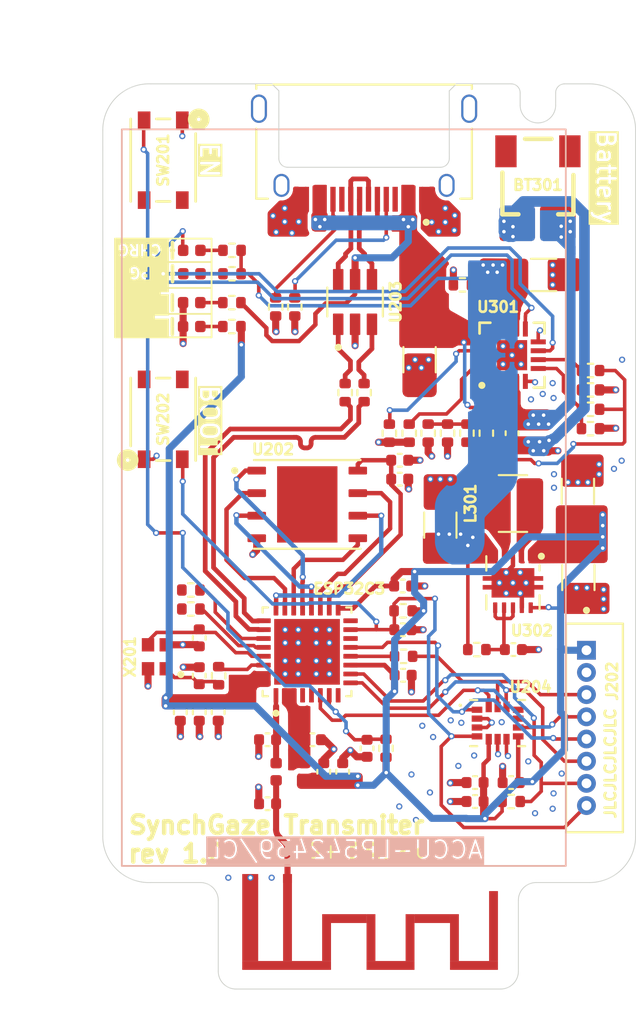
<source format=kicad_pcb>
(kicad_pcb (version 20240108) (generator "pcbnew") (generator_version "8.0")
  (title_block (title "SynchGaze") (date "2024-09-21") (rev "1.0") (company "WM"))
  (layers (0 "F.Cu" signal) (1 "In1.Cu" signal) (2 "In2.Cu" signal) (31 "B.Cu" signal) (34 "B.Paste" user) (35 "F.Paste" user) (36 "B.SilkS" user "B.Silkscreen") (37 "F.SilkS" user "F.Silkscreen") (38 "B.Mask" user) (39 "F.Mask" user) (44 "Edge.Cuts" user))
  (net 0 "")
  (net 1 "/MCU/ANT_RF")
  (net 2 "GND")
  (net 3 "/MCU/XTAL_P")
  (net 4 "/MCU/XTAL_N")
  (net 5 "/MCU/INTER_GYR{slash}BOOT")
  (net 6 "/MCU/LNA_IN")
  (net 7 "/MCU/USB_D-")
  (net 8 "/MCU/USB_D+")
  (net 15 "/MCU/XTAL_P_R")
  (net 16 "/MCU/MCU_USB_D-")
  (net 17 "/MCU/MCU_USB_R_D-")
  (net 18 "/MCU/MCU_USB_D+")
  (net 19 "/MCU/MCU_USB_R_D+")
  (net 20 "/MCU/FSPI_CLK")
  (net 21 "/MCU/FSPI_CLK_R")
  (net 22 "/MCU/MCU_UART_RX_R")
  (net 23 "/MCU/MCU_UART_RX")
  (net 24 "/MCU/MCU_UART_TX")
  (net 25 "/MCU/MCU_UART_TX_R")
  (net 26 "/MCU/INTER_ACC")
  (net 27 "/MCU/FSPI_D")
  (net 28 "/MCU/GPIO10")
  (net 29 "/MCU/GPIO8")
  (net 30 "/MCU/SPI_DO")
  (net 31 "/MCU/SPI_NHD")
  (net 32 "/MCU/SPI_NWP")
  (net 33 "/MCU/GPIO1")
  (net 34 "/MCU/SPI_DI")
  (net 35 "/MCU/GPIO0")
  (net 36 "/MCU/GPIO3")
  (net 37 "/MCU/SPI_CLK")
  (net 38 "/MCU/FSPI_Q")
  (net 39 "/MCU/SPI_NCS0")
  (net 40 "/MCU/IMU_NCS")
  (net 44 "+3V3")
  (net 45 "+3V3_RF")
  (net 46 "VBUS")
  (net 47 "/MCU/CHIP_EN")
  (net 48 "/MCU/VDD_SPI")
  (net 49 "/MCU/CC1")
  (net 50 "/MCU/CC2")
  (net 51 "VCC")
  (net 52 "Net-(R302-Pad2)")
  (net 53 "Net-(R303-Pad2)")
  (net 54 "/Power/L2")
  (net 55 "/Power/L1")
  (net 56 "/Power/EN")
  (net 57 "/Power/~{CRG_R}")
  (net 58 "/Power/~{CRG}")
  (net 59 "/Power/~{PG_R}")
  (net 60 "/Power/~{PG}")
  (net 61 "/Power/EN1")
  (net 62 "/Power/EN2")
  (net 63 "/Power/ISET")
  (net 64 "/Power/ILIM")
  (net 65 "/Power/TMR")
  (net 66 "/Power/BAT")
  (net 67 "GNDPWR")
  (net 68 "Net-(D303-A)")
  (net 69 "Net-(D304-A)")
  (footprint "Resistor_SMD:R_0402_1005Metric" (layer "F.Cu") (at 153.212801 66.3956 90)
    (property "Reference" "R205" (hide yes))
    (property "Value" "0R")
  )
  (footprint "Capacitor_SMD:C_0402_1005Metric" (layer "F.Cu") (at 147.7772 89.5598 180)
    (property "Reference" "C219" (hide yes))
    (property "Value" "3p3")
  )
  (footprint "Capacitor_SMD:C_0402_1005Metric" (layer "F.Cu") (at 155.2194 71.272401)
    (property "Reference" "C212" (hide yes))
    (property "Value" "10u")
  )
  (footprint "Resistor_SMD:R_0402_1005Metric" (layer "F.Cu") (at 157.9118 68.679599 -90)
    (property "Reference" "R305" (hide yes))
    (property "Value" "100k")
  )
  (footprint "LED_SMD:LED_0402_1005Metric" (layer "F.Cu") (at 143.515 59.7)
    (property "Reference" "D302" (hide yes))
    (property "Value" "PGOOD")
  )
  (footprint "Resistor_SMD:R_0402_1005Metric" (layer "F.Cu") (at 165.9636 68.4276 180)
    (property "Reference" "R314" (hide yes))
    (property "Value" "0R")
  )
  (footprint "Capacitor_SMD:C_0402_1005Metric" (layer "F.Cu") (at 155.4102 82.3208)
    (property "Reference" "C204" (hide yes))
    (property "Value" "100n")
  )
  (footprint "Resistor_SMD:R_0402_1005Metric" (layer "F.Cu") (at 155.4102 78.6886)
    (property "Reference" "R212" (hide yes))
    (property "Value" "5k1")
  )
  (footprint "Capacitor_SMD:C_1206_3216Metric" (layer "F.Cu") (at 156.337 64.5414 -90)
    (property "Reference" "C305" (hide yes))
    (property "Value" "10u")
  )
  (footprint "Capacitor_SMD:C_0402_1005Metric" (layer "F.Cu") (at 155.3848 77.2922)
    (property "Reference" "C203" (hide yes))
    (property "Value" "100n")
  )
  (footprint "USBLC6-2SC6:SOT95P280X145-6N" (layer "F.Cu") (at 152.7048 61.2902 90)
    (property "Reference" "U203")
    (property "Value" "USBLC6-2SC6")
  )
  (footprint "Resistor_SMD:R_0402_1005Metric" (layer "F.Cu") (at 161.4932 89.4334 180)
    (property "Reference" "R210" (hide yes))
    (property "Value" "5k1")
  )
  (footprint "Resistor_SMD:R_0402_1005Metric" (layer "F.Cu") (at 155.4356 81.254)
    (property "Reference" "R207" (hide yes))
    (property "Value" "0R")
  )
  (footprint "Capacitor_SMD:C_0402_1005Metric" (layer "F.Cu") (at 152.006601 87.7564 90)
    (property "Reference" "C208" (hide yes))
    (property "Value" "10u")
  )
  (footprint "RKB2SJM250SMTR_LFS:SW4_PTS815 SJM 250 SMTR LFS_CNK" (layer "F.Cu") (at 141.9 67.9 90)
    (property "Reference" "SW202")
    (property "Value" "BOOT")
  )
  (footprint "Capacitor_SMD:C_0402_1005Metric" (layer "F.Cu") (at 159.4612 88.3666 180)
    (property "Reference" "C216" (hide yes))
    (property "Value" "100n")
  )
  (footprint "RKB2SJM250SMTR_LFS:SW4_PTS815 SJM 250 SMTR LFS_CNK" (layer "F.Cu") (at 141.9 53.3 -90)
    (property "Reference" "SW201")
    (property "Value" "EN")
  )
  (footprint "Capacitor_SMD:C_1206_3216Metric" (layer "F.Cu") (at 157.5054 73.8632 90)
    (property "Reference" "C301" (hide yes))
    (property "Value" "10u")
  )
  (footprint "W25Q16JVZPIQ:SON127P500X600X80-9N" (layer "F.Cu") (at 150.0124 72.6948)
    (property "Reference" "U202")
    (property "Value" "W25Q16JVZPIQ")
  )
  (footprint "Resistor_SMD:R_0402_1005Metric" (layer "F.Cu") (at 154.6352 68.6816 -90)
    (property "Reference" "R312" (hide yes))
    (property "Value" "0R")
  )
  (footprint "Capacitor_SMD:C_0402_1005Metric" (layer "F.Cu") (at 142.862599 84.4036 -90)
    (property "Reference" "C201" (hide yes))
    (property "Value" "10u")
  )
  (footprint "SM02B-SRSS-TB_LF__SN_:SM02B-SRSS-TB_LF__SN_" (layer "F.Cu") (at 163 54.7 180)
    (property "Reference" "BT301")
    (property "Value" "Battery")
  )
  (footprint "Capacitor_SMD:C_0402_1005Metric" (layer "F.Cu") (at 147.7772 85.953 180)
    (property "Reference" "C218" (hide yes))
    (property "Value" "3p3")
  )
  (footprint "Capacitor_SMD:C_0402_1005Metric" (layer "F.Cu") (at 150.9398 87.7564 90)
    (property "Reference" "C207" (hide yes))
    (property "Value" "100n")
  )
  (footprint "BQ24075TRGTR:BQ24075TRGTR" (layer "F.Cu") (at 161.544 64.2874 90)
    (property "Reference" "U301")
    (property "Value" "BQ24075TRGTR")
  )
  (footprint "Resistor_SMD:R_0402_1005Metric" (layer "F.Cu") (at 158.75 60.325 180)
    (property "Reference" "R311" (hide yes))
    (property "Value" "3.2k")
  )
  (footprint "Resistor_SMD:R_0402_1005Metric" (layer "F.Cu") (at 143.4592 78.5876)
    (property "Reference" "R209" (hide yes))
    (property "Value" "470R")
  )
  (footprint "Capacitor_SMD:C_0402_1005Metric" (layer "F.Cu") (at 143.9294 80.2126 -90)
    (property "Reference" "C210" (hide yes))
    (property "Value" "12p")
  )
  (footprint "Resistor_SMD:R_0402_1005Metric" (layer "F.Cu") (at 156.8196 68.679599 -90)
    (property "Reference" "R304" (hide yes))
    (property "Value" "100k")
  )
  (footprint "Resistor_SMD:R_0402_1005Metric" (layer "F.Cu") (at 155.7528 68.681599 -90)
    (property "Reference" "R310" (hide yes))
    (property "Value" "1.8k")
  )
  (footprint "XRCGB40M000F4M02R0:OSC_XRCGB40M000F4M02R0" (layer "F.Cu") (at 141.545301 81.28 180)
    (property "Reference" "X201")
    (property "Value" "XRCGB40M000F4M02R0")
  )
  (footprint "Capacitor_SMD:C_0402_1005Metric" (layer "F.Cu") (at 150.3048 85.953)
    (property "Reference" "C206" (hide yes))
    (property "Value" "10u")
  )
  (footprint "Inductor_SMD:L_Abracon_ASPI-3012S" (layer "F.Cu") (at 161.5948 72.644)
    (property "Reference" "L301")
    (property "Value" "2.2uH")
  )
  (footprint "TPS63001DRCR:VREG_V62_16624-01YE_TPS63001DRCR" (layer "F.Cu") (at 161.5948 77.1144 -90)
    (property "Reference" "U302")
    (property "Value" "TPS63001DRCR")
  )
  (footprint "LED_SMD:LED_0402_1005Metric" (layer "F.Cu") (at 143.51 58.379199)
    (property "Reference" "D301" (hide yes))
    (property "Value" "CHRG")
  )
  (footprint "Resistor_SMD:R_0402_1005Metric" (layer "F.Cu") (at 159.004 68.679599 90)
    (property "Reference" "R303" (hide yes))
    (property "Value" "100k")
  )
  (footprint "Resistor_SMD:R_0402_1005Metric" (layer "F.Cu") (at 145.7756 58.3792 180)
    (property "Reference" "R306" (hide yes))
    (property "Value" "1k")
  )
  (footprint "Inductor_SMD:L_0402_1005Metric" (layer "F.Cu") (at 149.8476 87.7564 -90)
    (property "Reference" "L201" (hide yes))
    (property "Value" "2.2nH")
  )
  (footprint "Resistor_SMD:R_0402_1005Metric" (layer "F.Cu") (at 145.7756 59.7 180)
    (property "Reference" "R307" (hide yes))
    (property "Value" "1k")
  )
  (footprint "Resistor_SMD:R_0402_1005Metric" (layer "F.Cu") (at 145.7661 61.325599 180)
    (property "Reference" "R316" (hide yes))
    (property "Value" "1k")
  )
  (footprint "Capacitor_SMD:C_0402_1005Metric" (layer "F.Cu") (at 161.6202 80.8736)
    (property "Reference" "C302" (hide yes))
    (property "Value" "100n")
  )
  (footprint "Capacitor_SMD:C_0402_1005Metric" (layer "F.Cu") (at 144.9962 84.3984 -90)
    (property "Reference" "C202" (hide yes))
    (property "Value" "100n")
  )
  (footprint "Resistor_SMD:R_0402_1005Metric" (layer "F.Cu") (at 165.9636 65.151 180)
    (property "Reference" "R308" (hide yes))
    (property "Value" "0R")
  )
  (footprint "Capacitor_SMD:C_0402_1005Metric" (layer "F.Cu") (at 143.9294 84.4036 -90)
    (property "Reference" "C205" (hide yes))
    (property "Value" "100n")
  )
  (footprint "Resistor_SMD:R_0402_1005Metric" (layer "F.Cu") (at 165.9636 66.2432 180)
    (property "Reference" "R313" (hide yes))
    (property "Value" "0R")
  )
  (footprint "LED_SMD:LED_0402_1005Metric" (layer "F.Cu") (at 143.5055 61.325599)
    (property "Reference" "D304" (hide yes))
    (property "Value" "5V")
  )
  (footprint "Capacitor_SMD:C_0402_1005Metric" (layer "F.Cu") (at 143.9294 82.3462 90)
    (property "Reference" "C209" (hide yes))
    (property "Value" "12p")
  )
  (footprint "Resistor_SMD:R_0402_1005Metric" (layer "F.Cu") (at 149.31 61.5696 90)
    (property "Reference" "R203" (hide yes))
    (property "Value" "5k1")
  )
  (footprint "Capacitor_SMD:C_0402_1005Metric" (layer "F.Cu") (at 155.3972 79.756)
    (property "Reference" "C217" (hide yes))
    (property "Value" "100n")
  )
  (footprint "Resistor_SMD:R_0402_1005Metric" (layer "F.Cu") (at 143.4592 77.5178 180)
    (property "Reference" "R208" (hide yes))
    (property "Value" "470R")
  )
  (footprint "Resistor_SMD:R_0402_1005Metric" (layer "F.Cu") (at 160.0962 68.681599 -90)
    (property "Reference" "R302" (hide yes))
    (property "Value" "100k")
  )
  (footprint "Resistor_SMD:R_0402_1005Metric" (layer "F.Cu") (at 152.146 66.3956 90)
    (property "Reference" "R206" (hide yes))
    (property "Value" "0R")
  )
  (footprint "Capacitor_SMD:C_0402_1005Metric" (layer "F.Cu") (at 161.544 68.6816 -90)
    (property "Reference" "C307" (hide yes))
    (property "Value" "10u")
  )
  (footprint "Capacitor_SMD:C_0402_1005Metric" (layer "F.Cu") (at 155.2194 70.2056)
    (property "Reference" "C213" (hide yes))
    (property "Value" "100n")
  )
  (footprint "Molex_0530470810:MOLEX_0530470810" (layer "F.Cu") (at 166.185 85.287 -90)
    (property "Reference" "J202")
    (property "Value" "Molex_0530470810")
  )
  (footprint "Resistor_SMD:R_0402_1005Metric" (layer "F.Cu") (at 154.445 86.4356 -90)
    (property "Reference" "R202" (hide yes))
    (property "Value" "5k1")
  )
  (footprint "Capacitor_SMD:C_1206_3216Metric" (layer "F.Cu") (at 163.322 59.7662)
    (property "Reference" "C306" (hide yes))
    (property "Value" "10u")
  )
  (footprint "Capacitor_SMD:C_1206_3216Metric" (layer "F.Cu") (at 165.2778 76.811401 -90)
    (property "Reference" "C304" (hide yes))
    (property "Value" "10u")
  )
  (footprint "LED_SMD:LED_0402_1005Metric" (layer "F.Cu") (at 143.5055 62.671799)
    (property "Reference" "D303" (hide yes))
    (property "Value" "3V3")
  )
  (footprint "USBC20_12401948E412A:AMPHENOL_12401948E412A" (layer "F.Cu") (at 153.21085 50.4 180)
    (property "Reference" "J201" (hide yes))
    (property "Value" "12401948E412A")
    (fp_line (start 4.800001 -2.8) (end 4.798 1.01) (stroke (width 0.05)) (layer "Edge.Cuts"))
    (fp_line (start 4.798 1.01) (end 5.198001 1.4) (stroke (width 0.05)) (layer "Edge.Cuts"))
    (fp_line (start -4.3 -3.2998) (end 4.3 -3.3) (stroke (width 0.05)) (layer "Edge.Cuts"))
    (fp_line (start -4.798 1.0056) (end -4.800001 -2.8) (stroke (width 0.05)) (layer "Edge.Cuts"))
    (fp_line (start -4.798 1.0056) (end -5.2 1.4) (stroke (width 0.05)) (layer "Edge.Cuts"))
    (fp_arc (start 4.3 -3.3) (mid 4.653553 -3.153553) (end 4.800001 -2.8) (stroke (width 0.05)) (layer "Edge.Cuts"))
    (fp_arc (start -4.800001 -2.8) (mid -4.653554 -3.153554) (end -4.3 -3.3) (stroke (width 0.05)) (layer "Edge.Cuts"))
  )
  (footprint "Resistor_SMD:R_0402_1005Metric" (layer "F.Cu") (at 145.0216 82.3462 90)
    (property "Reference" "R201" (hide yes))
    (property "Value" "0R")
  )
  (footprint "Resistor_SMD:R_0402_1005Metric" (layer "F.Cu") (at 145.7661 62.671799 180)
    (property "Reference" "R315" (hide yes))
    (property "Value" "100R")
  )
  (footprint "LSM6DSMTR:PQFN50P300X250X86-14N_LSM6DSMTR" (layer "F.Cu") (at 160.7312 85.0138)
    (property "Reference" "U204")
    (property "Value" "LSM6DSMTR")
  )
  (footprint "Capacitor_SMD:C_0402_1005Metric" (layer "F.Cu") (at 161.4932 88.3666 180)
    (property "Reference" "C215" (hide yes))
    (property "Value" "100n")
  )
  (footprint "Resistor_SMD:R_0402_1005Metric" (layer "F.Cu") (at 159.5628 80.8736)
    (property "Reference" "R301" (hide yes))
    (property "Value" "100R")
  )
  (footprint "Capacitor_SMD:C_0402_1005Metric" (layer "F.Cu") (at 153.3782 86.4356 -90)
    (property "Reference" "C211" (hide yes))
    (property "Value" "100n")
  )
  (footprint "Resistor_SMD:R_0402_1005Metric" (layer "F.Cu") (at 165.9636 67.3354 180)
    (property "Reference" "R309" (hide yes))
    (property "Value" "0R")
  )
  (footprint "NetTie:NetTie-2_SMD_0.4mm" (layer "F.Cu") (at 163.7284 69.6722)
    (property "Reference" "NT301" (hide yes))
    (property "Value" "NetTie_2")
  )
  (footprint "Resistor_SMD:R_0402_1005Metric" (layer "F.Cu") (at 148.2344 61.5696 90)
    (property "Reference" "R204" (hide yes))
    (property "Value" "5k1")
  )
  (footprint "ESP32C3:QFN32_5X5MM_ESP32C3" (layer "F.Cu") (at 150 81 90)
    (property "Reference" "U201" (hide yes))
    (property "Value" "ESP32C3")
  )
  (footprint "Capacitor_SMD:C_0402_1005Metric" (layer "F.Cu") (at 159.4612 89.4334 180)
    (property "Reference" "C214" (hide yes))
    (property "Value" "10u")
  )
  (footprint "Inductor_SMD:L_0402_1005Metric" (layer "F.Cu") (at 148.2598 87.7564 -90)
    (property "Reference" "L202" (hide yes))
    (property "Value" "2.2nH")
  )
  (footprint "Capacitor_SMD:C_1206_3216Metric" (layer "F.Cu") (at 165.2524 71.960001 90)
    (property "Reference" "C303" (hide yes))
    (property "Value" "10u")
  )
  (footprint "LP542439:LP542439" (layer "B.Cu") (at 152.0698 72.3138 180)
    (property "Reference" "ACCU-LP542439/CL")
    (property "Value" "LP542439")
  )
  (footprint "Antena_PCB_2_4ghz_50ohm:Ant_2_4ghz_50ohm" (layer "B.Cu") (at 146.35 98.67)
    (property "Reference" "ANT201" (hide yes))
    (property "Value" "~" (hide yes))
  )
  (gr_line (start 142.420001 57.934699) (end 142.420001 58.823699) (stroke (width 0.2)) (layer "F.SilkS"))
  (gr_rect (start 139.1875 57.718799) (end 144.6231 63.281399) (stroke (width 0.1)) (fill none) (layer "F.SilkS"))
  (gr_line (start 142.4155 60.881099) (end 142.4155 61.770099) (stroke (width 0.2)) (layer "F.SilkS"))
  (gr_line (start 142.425001 59.2555) (end 142.425001 60.1445) (stroke (width 0.2)) (layer "F.SilkS"))
  (gr_poly (pts (xy 139.186048 61.835252) (xy 142.213148 61.825253) (xy 142.213148 62.231653) (xy 139.723948 62.231653) (xy 139.723948 63.069853) (xy 141.425748 63.069853) (xy 141.425748 62.053853) (xy 142.213148 62.053853) (xy 142.213148 63.298453) (xy 139.186048 63.295752)) (stroke (width 0.01)) (fill solid) (layer "F.SilkS"))
  (gr_line (start 139.1875 60.500099) (end 144.6231 60.500099) (stroke (width 0.1)) (layer "F.SilkS"))
  (gr_line (start 139.1875 59.039599) (end 144.6231 59.039599) (stroke (width 0.1)) (layer "F.SilkS"))
  (gr_poly (pts (xy 139.1875 57.718799) (xy 142.2146 57.7088) (xy 142.2146 57.9374) (xy 139.3952 57.9374) (xy 139.3952 58.7756) (xy 141.8082 58.7756) (xy 141.8082 57.9374) (xy 142.2146 57.9374) (xy 142.2146 59.182) (xy 139.1875 59.179299)) (stroke (width 0.01)) (fill solid) (layer "F.SilkS"))
  (gr_line (start 142.4155 62.227299) (end 142.4155 63.116299) (stroke (width 0.2)) (layer "F.SilkS"))
  (gr_poly (pts (xy 139.186501 60.514543) (xy 142.213601 60.504544) (xy 142.213601 60.860144) (xy 139.394201 60.860144) (xy 139.394201 61.698344) (xy 141.756401 61.698344) (xy 141.756401 60.733144) (xy 142.213601 60.733144) (xy 142.213601 61.977744) (xy 139.186501 61.975043)) (stroke (width 0.01)) (fill solid) (layer "F.SilkS"))
  (gr_poly (pts (xy 139.1875 59.039599) (xy 142.2146 59.0296) (xy 142.2146 59.2582) (xy 140.0048 59.2582) (xy 140.0048 60.0964) (xy 141.1986 60.0964) (xy 141.1986 59.2582) (xy 142.2146 59.2582) (xy 142.2146 60.5028) (xy 139.1875 60.500099)) (stroke (width 0.01)) (fill solid) (layer "F.SilkS"))
  (gr_line (start 139.1875 61.960599) (end 144.5977 61.960599) (stroke (width 0.1)) (layer "F.SilkS"))
  (gr_line (start 168.5 56.3) (end 168.5 51.6) (stroke (width 0.05)) (layer "Edge.Cuts"))
  (gr_line (start 138.5 59.7) (end 138.498078 91.4) (stroke (width 0.05)) (layer "Edge.Cuts"))
  (gr_arc (start 141.2 94) (mid 139.295865 93.274859) (end 138.498078 91.4) (stroke (width 0.05)) (layer "Edge.Cuts"))
  (gr_line (start 138.5 59.7) (end 138.498078 51.6) (stroke (width 0.05)) (layer "Edge.Cuts"))
  (gr_line (start 161.9 99) (end 161.9 95) (stroke (width 0.05)) (layer "Edge.Cuts"))
  (gr_line (start 164 50.2) (end 164 49.5) (stroke (width 0.05)) (layer "Edge.Cuts"))
  (gr_line (start 145 95) (end 145 99) (stroke (width 0.05)) (layer "Edge.Cuts"))
  (gr_arc (start 161.5 49) (mid 161.853553 49.146447) (end 162 49.5) (stroke (width 0.05)) (layer "Edge.Cuts"))
  (gr_line (start 168.5 91.4) (end 168.5 56.3) (stroke (width 0.05)) (layer "Edge.Cuts"))
  (gr_line (start 162 50.2) (end 162 49.5) (stroke (width 0.05)) (layer "Edge.Cuts"))
  (gr_arc (start 164 49.5) (mid 164.146447 49.146447) (end 164.5 49) (stroke (width 0.05)) (layer "Edge.Cuts"))
  (gr_arc (start 161.9 95) (mid 162.192893 94.292893) (end 162.9 94) (stroke (width 0.05)) (layer "Edge.Cuts"))
  (gr_line (start 148.012849 49) (end 141.2 49) (stroke (width 0.05)) (layer "Edge.Cuts"))
  (gr_arc (start 144 94) (mid 144.707107 94.292893) (end 145 95) (stroke (width 0.05)) (layer "Edge.Cuts"))
  (gr_line (start 146 100) (end 160.9 100) (stroke (width 0.05)) (layer "Edge.Cuts"))
  (gr_arc (start 146 100) (mid 145.292893 99.707107) (end 145 99) (stroke (width 0.05)) (layer "Edge.Cuts"))
  (gr_line (start 165.9 94) (end 162.9 94) (stroke (width 0.05)) (layer "Edge.Cuts"))
  (gr_line (start 158.41085 49) (end 161.5 49) (stroke (width 0.05)) (layer "Edge.Cuts"))
  (gr_line (start 141.2 94) (end 144 94) (stroke (width 0.05)) (layer "Edge.Cuts"))
  (gr_line (start 164.5 49) (end 165.9 49) (stroke (width 0.05)) (layer "Edge.Cuts"))
  (gr_arc (start 138.498078 51.6) (mid 139.295865 49.725141) (end 141.2 49) (stroke (width 0.05)) (layer "Edge.Cuts"))
  (gr_arc (start 164 50.2) (mid 163 51.2) (end 162 50.2) (stroke (width 0.05)) (layer "Edge.Cuts"))
  (gr_arc (start 161.9 99) (mid 161.607107 99.707107) (end 160.9 100) (stroke (width 0.05)) (layer "Edge.Cuts"))
  (gr_arc (start 165.9 49) (mid 167.738478 49.761522) (end 168.5 51.6) (stroke (width 0.05)) (layer "Edge.Cuts"))
  (gr_arc (start 168.5 91.4) (mid 167.738478 93.238478) (end 165.9 94) (stroke (width 0.05)) (layer "Edge.Cuts"))
  (gr_text "VBUS" (at 140.5636 61.2648 180) (layer "F.SilkS" knockout) (effects (font (size 0.6 0.6) (thickness 0.12) (bold yes))))
  (gr_text "JLCJLCJLCJLC" (at 167.4368 90.4748 90) (layer "F.SilkS") (effects (font (size 0.6 0.6) (thickness 0.15) (bold yes)) (justify left bottom)))
  (gr_text "CHRG" (at 140.589 58.3438 180) (layer "F.SilkS" knockout) (effects (font (size 0.6 0.6) (thickness 0.12) (bold yes))))
  (gr_text "3V3" (at 140.5636 62.6364 180) (layer "F.SilkS" knockout) (effects (font (size 0.6 0.6) (thickness 0.12) (bold yes))))
  (gr_text "SynchGaze Transmiter\nrev 1.0      21.09.24" (at 148.2852 91.567 0) (layer "F.SilkS") (effects (font (size 1 1) (thickness 0.25) (bold yes))))
  (gr_text "PG\n" (at 140.6144 59.6392 180) (layer "F.SilkS" knockout) (effects (font (size 0.6 0.6) (thickness 0.12) (bold yes))))
  (segment (start 148.9 92.150928) (end 148.9 93.77) (width 0.342392) (layer "F.Cu") (net 1))
  (segment (start 148.2598 89.5572) (end 148.2572 89.5598) (width 0.342392) (layer "F.Cu") (net 1))
  (segment (start 148.2572 89.5598) (end 148.2572 91.011072) (width 0.342392) (layer "F.Cu") (net 1))
  (segment (start 148.2598 88.2414) (end 148.2598 89.5572) (width 0.342392) (layer "F.Cu") (net 1))
  (segment (start 148.432936 91.435336) (end 148.724264 91.726664) (width 0.342392) (layer "F.Cu") (net 1))
  (arc (start 148.9 92.150928) (mid 148.854328 91.921318) (end 148.724264 91.726664) (width 0.342392) (layer "F.Cu") (net 1))
  (arc (start 148.2572 91.011072) (mid 148.302872 91.240682) (end 148.432936 91.435336) (width 0.342392) (layer "F.Cu") (net 1))
  (segment (start 167.386 66.2432) (end 166.473599 66.2432) (width 0.4) (layer "F.Cu") (net 2))
  (segment (start 155.8772 79.756) (end 156.5402 79.756) (width 0.4) (layer "F.Cu") (net 2))
  (segment (start 161.0132 87.4548) (end 161.0106 87.4522) (width 0.4) (layer "F.Cu") (net 2))
  (segment (start 161.0132 88.3666) (end 161.0132 87.4548) (width 0.4) (layer "F.Cu") (net 2))
  (segment (start 155.8798 83.2612) (end 155.8798 82.3312) (width 0.4) (layer "F.Cu") (net 2))
  (segment (start 154.027599 69.191599) (end 154.0256 69.1896) (width 0.4) (layer "F.Cu") (net 2))
  (segment (start 150.9398 87.0582) (end 150.9398 87.2764) (width 0.4) (layer "F.Cu") (net 2))
  (segment (start 142.974999 51.049999) (end 142.974999 51.941399) (width 0.2) (layer "F.Cu") (net 2))
  (segment (start 158.240001 60.325) (end 158.240001 59.488799) (width 0.4) (layer "F.Cu") (net 2))
  (segment (start 142.974999 51.941399) (end 142.9766 51.943) (width 0.2) (layer "F.Cu") (net 2))
  (segment (start 161.5948 75.714401) (end 161.5948 76.1492) (width 0.25) (layer "F.Cu") (net 2))
  (segment (start 161.293937 64.537463) (end 161.544 64.2874) (width 0.25) (layer "F.Cu") (net 2))
  (segment (start 162.0948 77.7922) (end 162.0012 77.6986) (width 0.25) (layer "F.Cu") (net 2))
  (segment (start 148.2344 62.9412) (end 148.2598 62.9666) (width 0.4) (layer "F.Cu") (net 2))
  (segment (start 142.0453 80.605) (end 142.9912 80.605) (width 0.4) (layer "F.Cu") (net 2))
  (segment (start 157.9118 69.189598) (end 157.9118 69.977) (width 0.4) (layer "F.Cu") (net 2))
  (segment (start 152.4381 86.5505) (end 152.8032 86.9156) (width 0.4) (layer "F.Cu") (net 2))
  (segment (start 147.2848 89.5598) (end 147.2848 88.6362) (width 0.4) (layer "F.Cu") (net 2))
  (segment (start 143.9294 81.8662) (end 143.0294 81.8662) (width 0.4) (layer "F.Cu") (net 2))
  (segment (start 156.3624 70.2056) (end 155.6994 70.2056) (width 0.4) (layer "F.Cu") (net 2))
  (segment (start 147.1674 74.5998) (end 147.1674 75.2858) (width 0.4) (layer "F.Cu") (net 2))
  (segment (start 142.9912 80.605) (end 143.002 80.5942) (width 0.4) (layer "F.Cu") (net 2))
  (segment (start 142.862599 85.763399) (end 142.875 85.7758) (width 0.4) (layer "F.Cu") (net 2))
  (segment (start 166.498999 68.4022) (end 166.473599 68.4276) (width 0.4) (layer "F.Cu") (net 2))
  (segment (start 160.1764 84.7638) (end 160.401 84.9884) (width 0.2) (layer "F.Cu") (net 2))
  (segment (start 143.9294 85.738) (end 143.9294 84.8836) (width 0.4) (layer "F.Cu") (net 2))
  (segment (start 152.7048 62.5452) (end 152.7048 63.754) (width 0.4) (layer "F.Cu") (net 2))
  (segment (start 143.9294 80.6926) (end 143.831 80.5942) (width 0.4) (layer "F.Cu") (net 2))
  (segment (start 143.831 80.5942) (end 143.002 80.5942) (width 0.4) (layer "F.Cu") (net 2))
  (segment (start 155.8798 82.3312) (end 155.8902 82.3208) (width 0.4) (layer "F.Cu") (net 2))
  (segment (start 155.6994 71.8032) (end 155.6994 71.272401) (width 0.4) (layer "F.Cu") (net 2))
  (segment (start 149.31 62.079599) (end 149.31 62.95) (width 0.4) (layer "F.Cu") (net 2))
  (segment (start 154.635201 69.191598) (end 154.6352 69.191599) (width 0.4) (layer "F.Cu") (net 2))
  (segment (start 160.778063 64.537463) (end 161.036 64.7954) (width 0.25) (layer "F.Cu") (net 2))
  (segment (start 142.862599 84.8836) (end 142.862599 85.763399) (width 0.4) (layer "F.Cu") (net 2))
  (segment (start 145.0086 85.7758) (end 144.9962 85.7634) (width 0.4) (layer "F.Cu") (net 2))
  (segment (start 141.045302 82.930102) (end 141.0462 82.931) (width 0.4) (layer "F.Cu") (net 2))
  (segment (start 160.1256 85.2638) (end 160.401 84.9884) (width 0.2) (layer "F.Cu") (net 2))
  (segment (start 157.0228 69.977) (end 156.8196 69.7738) (width 0.4) (layer "F.Cu") (net 2))
  (segment (start 141.045302 81.955) (end 141.045302 82.930102) (width 0.4) (layer "F.Cu") (net 2))
  (segment (start 147.2848 85.953) (end 147.2848 86.8778) (width 0.4) (layer "F.Cu") (net 2))
  (segment (start 141.330399 70.150001) (end 141.5288 69.9516) (width 0.2) (layer "F.Cu") (net 2))
  (segment (start 161.036 64.7954) (end 161.293937 64.537463) (width 0.25) (layer "F.Cu") (net 2))
  (segment (start 143.0205 61.325599) (end 143.0205 62.671799) (width 0.4) (layer "F.Cu") (net 2))
  (segment (start 147.2848 86.8778) (end 147.2692 86.8934) (width 0.4) (layer "F.Cu") (net 2))
  (segment (start 143.0294 81.8662) (end 143.0274 81.8642) (width 0.4) (layer "F.Cu") (net 2))
  (segment (start 162.0948 78.5144) (end 162.0948 77.7922) (width 0.25) (layer "F.Cu") (net 2))
  (segment (start 151.511 86.487) (end 150.9398 87.0582) (width 0.4) (layer "F.Cu") (net 2))
  (segment (start 148.2344 62.079599) (end 148.2344 62.9412) (width 0.4) (layer "F.Cu") (net 2))
  (segment (start 162.1002 80.8736) (end 163.0426 80.8736) (width 0.4) (layer "F.Cu") (net 2))
  (segment (start 156.8196 69.7738) (end 156.8196 69.189598) (width 0.4) (layer "F.Cu") (net 2))
  (segment (start 160.7312 86.741) (end 160.7566 86.7664) (width 0.2) (layer "F.Cu") (net 2))
  (segment (start 161.2312 86.7838) (end 161.3154 86.868) (width 0.2) (layer "F.Cu") (net 2))
  (segment (start 152.4381 86.5505) (end 152.006601 86.981999) (width 0.4) (layer "F.Cu") (net 2))
  (segment (start 155.7274 71.8312) (end 155.6994 71.8032) (width 0.4) (layer "F.Cu") (net 2))
  (segment (start 159.5712 84.7638) (end 160.1764 84.7638) (width 0.2) (layer "F.Cu") (net 2))
  (segment (start 143.9672 85.7758) (end 143.9294 85.738) (width 0.4) (layer "F.Cu") (net 2))
  (segment (start 155.8648 77.2922) (end 156.6326 77.2922) (width 0.4) (layer "F.Cu") (net 2))
  (segment (start 155.7528 69.191598) (end 154.635201 69.191598) (width 0.4) (layer "F.Cu") (net 2))
  (segment (start 154.6352 69.191599) (end 154.027599 69.191599) (width 0.4) (layer "F.Cu") (net 2))
  (segment (start 160.7312 85.9238) (end 160.7312 86.741) (width 0.2) (layer "F.Cu") (net 2))
  (segment (start 160.068999 64.537463) (end 160.778063 64.537463) (width 0.25) (layer "F.Cu") (net 2))
  (segment (start 147.1674 75.2858) (end 146.939 75.5142) (width 0.4) (layer "F.Cu") (net 2))
  (segment (start 161.013199 88.366601) (end 161.0132 88.366601) (width 0.4) (layer "F.Cu") (net 2))
  (segment (start 140.825001 70.150001) (end 141.330399 70.150001) (width 0.2) (layer "F.Cu") (net 2))
  (segment (start 152.006601 86.981999) (end 152.006601 87.2764) (width 0.4) (layer "F.Cu") (net 2))
  (segment (start 163.019001 62.990199) (end 163.1188 62.8904) (width 0.2) (layer "F.Cu") (net 2))
  (segment (start 163.019001 63.537211) (end 163.019001 62.990199) (width 0.2) (layer "F.Cu") (net 2))
  (segment (start 159.5712 85.2638) (end 160.1256 85.2638) (width 0.2) (layer "F.Cu") (net 2))
  (segment (start 158.240001 59.488799) (end 158.242 59.4868) (width 0.4) (layer "F.Cu") (net 2))
  (segment (start 162.294001 65.762401) (end 162.790401 65.762401) (width 0.2) (layer "F.Cu") (net 2))
  (segment (start 161.5948 76.1492) (end 161.2138 76.5302) (width 0.25) (layer "F.Cu") (net 2))
  (segment (start 150.977 85.953) (end 150.7848 85.953) (width 0.4) (layer "F.Cu") (net 2))
  (segment (start 167.386 68.4022) (end 166.498999 68.4022) (width 0.4) (layer "F.Cu") (net 2))
  (segment (start 143.0205 62.671799) (end 143.0205 63.634599) (width 0.4) (layer "F.Cu") (net 2))
  (segment (start 158.9812 89.4334) (end 158.0642 89.4334) (width 0.4) (layer "F.Cu") (net 2))
  (segment (start 149.31 62.95) (end 149.3266 62.9666) (width 0.4) (layer "F.Cu") (net 2))
  (segment (start 147.2848 88.6362) (end 147.2692 88.6206) (width 0.4) (layer "F.Cu") (net 2))
  (segment (start 144.9962 85.7634) (end 144.9962 84.8784) (width 0.4) (layer "F.Cu") (net 2))
  (segment (start 151.511 86.487) (end 150.977 85.953) (width 0.4) (layer "F.Cu") (net 2))
  (segment (start 161.2312 85.9238) (end 161.2312 86.7838) (width 0.2) (layer "F.Cu") (net 2))
  (segment (start 152.8032 86.9156) (end 153.3782 86.9156) (width 0.4) (layer "F.Cu") (net 2))
  (segment (start 162.790401 65.762401) (end 162.8394 65.8114) (width 0.2) (layer "F.Cu") (net 2))
  (segment (start 158.9812 88.3666) (end 158.0896 88.3666) (width 0.4) (layer "F.Cu") (net 2))
  (segment (start 158.0896 88.3666) (end 158.0642 88.392) (width 0.4) (layer "F.Cu") (net 2))
  (via (at 157.5054 71.2724) (size 0.35) (drill 0.2) (layers "F.Cu" "B.Cu") (net 2))
  (via (at 148.7424 56.769) (size 0.35) (drill 0.2) (layers "F.Cu" "B.Cu") (net 2))
  (via (at 149.5044 79.756) (size 0.35) (drill 0.2) (layers "F.Cu" "B.Cu") (net 2))
  (via (at 167.386 68.4022) (size 0.35) (drill 0.2) (layers "F.Cu" "B.Cu") (net 2))
  (via (at 155.194 89.7128) (size 0.35) (drill 0.2) (layers "F.Cu" "B.Cu") (net 2))
  (via (at 161.036 64.7954) (size 0.35) (drill 0.2) (layers "F.Cu" "B.Cu") (net 2))
  (via (at 161.3154 86.868) (size 0.35) (drill 0.2) (layers "F.Cu" "B.Cu") (net 2))
  (via (at 156.946599 71.2724) (size 0.35) (drill 0.2) (layers "F.Cu" "B.Cu") (net 2))
  (via (at 148.7678 82.2452) (size 0.35) (drill 0.2) (layers "F.Cu" "B.Cu") (net 2))
  (via (at 166.7002 78.0288) (size 0.35) (drill 0.2) (layers "F.Cu" "B.Cu") (net 2))
  (via (at 141.0462 82.931) (size 0.35) (drill 0.2) (layers "F.Cu" "B.Cu") (net 2))
  (via (at 155.7274 71.8312) (size 0.35) (drill 0.2) (layers "F.Cu" "B.Cu") (net 2))
  (via (at 163.8808 66.7004) (size 0.35) (drill 0.2) (layers "F.Cu" "B.Cu") (net 2))
  (via (at 152.7048 63.754) (size 0.35) (drill 0.2) (layers "F.Cu" "B.Cu") (net 2))
  (via (at 151.257 79.756) (size 0.35) (drill 0.2) (layers "F.Cu" "B.Cu") (net 2))
  (via (at 162.8394 90.0938) (size 0.35) (drill 0.2) (layers "F.Cu" "B.Cu") (net 2))
  (via (at 161.5948 77.1144) (size 0.35) (drill 0.2) (layers "F.Cu" "B.Cu") (net 2))
  (via (at 146.939 75.5142) (size 0.35) (drill 0.2) (layers "F.Cu" "B.Cu") (net 2))
  (via (at 164.693599 71.4502) (size 0.35) (drill 0.2) (layers "F.Cu" "B.Cu") (net 2))
  (via (at 163.9062 71.755) (size 0.35) (drill 0.2) (layers "F.Cu" "B.Cu") (net 2))
  (via (at 151.257 82.2452) (size 0.35) (drill 0.2) (layers "F.Cu" "B.Cu") (net 2))
  (via (at 163.83 59.7662) (size 0.35) (drill 0.2) (layers "F.Cu" "B.Cu") (net 2))
  (via (at 159.4104 86.8426) (size 0.35) (drill 0.2) (layers "F.Cu" "B.Cu") (net 2))
  (via (at 148.7678 80.4926) (size 0.35) (drill 0.2) (layers "F.Cu" "B.Cu") (net 2))
  (via (at 166.7002 77.4954) (size 0.35) (drill 0.2) (layers "F.Cu" "B.Cu") (net 2))
  (via (at 145.0086 85.7758) (size 0.35) (drill 0.2) (layers "F.Cu" "B.Cu") (net 2))
  (via (at 161.0106 87.4522) (size 0.35) (drill 0.2) (layers "F.Cu" "B.Cu") (net 2))
  (via (at 150.5204 80.4926) (size 0.35) (drill 0.2) (layers "F.Cu" "B.Cu") (net 2))
  (via (at 163.83 60.325) (size 0.35) (drill 0.2) (layers "F.Cu" "B.Cu") (net 2))
  (via (at 166.7002 78.587601) (size 0.35) (drill 0.2) (layers "F.Cu" "B.Cu") (net 2))
  (via (at 155.8798 83.2612) (size 0.35) (drill 0.2) (layers "F.Cu" "B.Cu") (net 2))
  (via (at 157.7848 56.007) (size 0.35) (drill 0.2) (layers "F.Cu" "B.Cu") (net 2))
  (via (at 163.83 65.8622) (size 0.35) (drill 0.2) (layers "F.Cu" "B.Cu") (net 2))
  (via (at 164.1284 69.6722) (size 0.35) (drill 0.2) (layers "F.Cu" "B.Cu") (net 2))
  (via (at 163.0426 80.8736) (size 0.35) (drill 0.2) (layers "F.Cu" "B.Cu") (net 2))
  (via (at 163.9062 70.993) (size 0.35) (drill 0.2) (layers "F.Cu" "B.Cu") (net 2))
  (via (at 158.0642 89.4334) (size 0.35) (drill 0.2) (layers "F.Cu" "B.Cu") (net 2))
  (via (at 142.9766 51.943) (size 0.35) (drill 0.2) (layers "F.Cu" "B.Cu") (net 2))
  (via (at 162.052 63.7794) (size 0.35) (drill 0.2) (layers "F.Cu" "B.Cu") (net 2))
  (via (at 155.8798 87.9094) (size 0.35) (drill 0.2) (layers "F.Cu" "B.Cu") (net 2))
  (via (at 148.0058 93.726) (size 0.35) (drill 0.2) (layers "F.Cu" "B.Cu") (net 2))
  (via (at 143.0274 81.8642) (size 0.35) (drill 0.2) (layers "F.Cu" "B.Cu") (net 2))
  (via (at 162.052 64.7954) (size 0.35) (drill 0.2) (layers "F.Cu" "B.Cu") (net 2))
  (via (at 158.0642 88.392) (size 0.35) (drill 0.2) (layers "F.Cu" "B.Cu") (net 2))
  (via (at 163.2712 66.4718) (size 0.35) (drill 0.2) (layers "F.Cu" "B.Cu") (net 2))
  (via (at 160.8328 77.1144) (size 0.35) (drill 0.2) (layers "F.Cu" "B.Cu") (net 2))
  (via (at 151.257 81.508599) (size 0.35) (drill 0.2) (layers "F.Cu" "B.Cu") (net 2))
  (via (at 146.812 93.726) (size 0.35) (drill 0.2) (layers "F.Cu" "B.Cu") (net 2))
  (via (at 142.875 85.7758) (size 0.35) (drill 0.2) (layers "F.Cu" "B.Cu") (net 2))
  (via (at 152.4381 86.5505) (size 0.35) (drill 0.2) (layers "F.Cu" "B.Cu") (net 2))
  (via (at 162.0012 76.5302) (size 0.35) (drill 0.2) (layers "F.Cu" "B.Cu") (net 2))
  (via (at 162.3314 77.1144) (size 0.35) (drill 0.2) (layers "F.Cu" "B.Cu") (net 2))
  (via (at 158.2928 57.2516) (size 0.35) (drill 0.2) (layers "F.Cu" "B.Cu") (net 2))
  (via (at 157.0228 69.977) (size 0.35) (drill 0.2) (layers "F.Cu" "B.Cu") (net 2))
  (via (at 150.5204 81.508599) (size 0.35) (drill 0.2) (layers "F.Cu" "B.Cu") (net 2))
  (via (at 163.83 89.8398) (size 0.35) (drill 0.2) (layers "F.Cu" "B.Cu") (net 2))
  (via (at 151.257 80.4926) (size 0.35) (drill 0.2) (layers "F.Cu" "B.Cu") (net 2))
  (via (at 148.7424 56.007) (size 0.35) (drill 0.2) (layers "F.Cu" "B.Cu") (net 2))
  (via (at 156.5402 79.756) (size 0.35) (drill 0.2) (layers "F.Cu" "B.Cu") (net 2))
  (via (at 150.5204 82.2452) (size 0.35) (drill 0.2) (layers "F.Cu" "B.Cu") (net 2))
  (via (at 165.8112 71.4502) (size 0.35) (drill 0.2) (layers "F.Cu" "B.Cu") (net 2))
  (via (at 141.5288 69.9516) (size 0.35) (drill 0.2) (layers "F.Cu" "B.Cu") (net 2))
  (via (at 163.1188 62.8904) (size 0.35) (drill 0.2) (layers "F.Cu" "B.Cu") (net 2))
  (via (at 160.9598 84.963) (size 0.35) (drill 0.2) (layers "F.Cu" "B.Cu") (net 2))
  (via (at 158.242 59.4868) (size 0.35) (drill 0.2) (layers "F.Cu" "B.Cu") (net 2))
  (via (at 163.8808 88.9762) (size 0.35) (drill 0.2) (layers "F.Cu" "B.Cu") (net 2))
  (via (at 158.0642 71.2724) (size 0.35) (drill 0.2) (layers "F.Cu" "B.Cu") (net 2))
  (via (at 158.3182 56.4134) (size 0.35) (drill 0.2) (layers "F.Cu" "B.Cu") (net 2))
  (via (at 160.401 84.9884) (size 0.35) (drill 0.2) (layers "F.Cu" "B.Cu") (net 2))
  (via (at 167.386 66.2432) (size 0.35) (drill 0.2) (layers "F.Cu" "B.Cu") (net 2))
  (via (at 149.1488 57.404) (size 0.35) (drill 0.2) (layers "F.Cu" "B.Cu") (net 2))
  (via (at 149.5044 80.4926) (size 0.35) (drill 0.2) (layers "F.Cu" "B.Cu") (net 2))
  (via (at 149.5298 56.769) (size 0.35) (drill 0.2) (layers "F.Cu" "B.Cu") (net 2))
  (via (at 147.2692 88.6206) (size 0.35) (drill 0.2) (layers "F.Cu" "B.Cu") (net 2))
  (via (at 164.338 87.8586) (size 0.35) (drill 0.2) (layers "F.Cu" "B.Cu") (net 2))
  (via (at 156.4894 85.1662) (size 0.35) (drill 0.2) (layers "F.Cu" "B.Cu") (net 2))
  (via (at 149.5044 81.5086) (size 0.35) (drill 0.2) (layers "F.Cu" "B.Cu") (net 2))
  (via (at 165.2524 71.4502) (size 0.35) (drill 0.2) (layers "F.Cu" "B.Cu") (net 2))
  (via (at 158.6884 84.9964) (size 0.35) (drill 0.2) (layers "F.Cu" "B.Cu") (net 2))
  (via (at 157.9118 69.977) (size 0.35) (drill 0.2) (layers "F.Cu" "B.Cu") (net 2))
  (via (at 162.6108 66.7766) (size 0.35) (drill 0.2) (layers "F.Cu" "B.Cu") (net 2))
  (via (at 143.0229 63.636999) (size 0.35) (drill 0.2) (layers "F.Cu" "B.Cu") (net 2))
  (via (at 150.5204 79.756) (size 0.35) (drill 0.2) (layers "F.Cu" "B.Cu") (net 2))
  (via (at 167.7162 70.231) (size 0.35) (drill 0.2) (layers "F.Cu" "B.Cu") (net 2))
  (via (at 148.2598 57.3532) (size 0.35) (drill 0.2) (layers "F.Cu" "B.Cu") (net 2))
  (via (at 148.7678 79.756) (size 0.35) (drill 0.2) (layers "F.Cu" "B.Cu") (net 2))
  (via (at 156.6326 77.2922) (size 0.35) (drill 0.2) (layers "F.Cu" "B.Cu") (net 2))
  (via (at 147.2692 86.8934) (size 0.35) (drill 0.2) (layers "F.Cu" "B.Cu") (net 2))
  (via (at 151.511 86.487) (size 0.35) (drill 0.2) (layers "F.Cu" "B.Cu") (net 2))
  (via (at 165.7604 77.3938) (size 0.35) (drill 0.2) (layers "F.Cu" "B.Cu") (net 2))
  (via (at 165.1762 77.3938) (size 0.35) (drill 0.2) (layers "F.Cu" "B.Cu") (net 2))
  (via (at 148.2598 62.9666) (size 0.35) (drill 0.2) (layers "F.Cu" "B.Cu") (net 2))
  (via (at 156.1338 90.4748) (size 0.35) (drill 0.2) (layers "F.Cu" "B.Cu") (net 2))
  (via (at 161.544 64.2874) (size 0.35) (drill 0.2) (layers "F.Cu" "B.Cu") (net 2))
  (via (at 149.3266 62.9666) (size 0.35) (drill 0.2) (layers "F.Cu" "B.Cu") (net 2))
  (via (at 161.2138 77.6986) (size 0.35) (drill 0.2) (layers "F.Cu" "B.Cu") (net 2))
  (via (at 162.4584 87.1728) (size 0.35) (drill 0.2) (layers "F.Cu" "B.Cu") (net 2))
  (via (at 156.9212 88.9254) (size 0.35) (drill 0.2) (layers "F.Cu" "B.Cu") (net 2))
  (via (at 143.9672 85.7758) (size 0.35) (drill 0.2) (layers "F.Cu" "B.Cu") (net 2))
  (via (at 167.7416 64.5414) (size 0.35) (drill 0.2) (layers "F.Cu" "B.Cu") (net 2))
  (via (at 158.5214 87.4268) (size 0.35) (drill 0.2) (layers "F.Cu" "B.Cu") (net 2))
  (via (at 163.83 59.2074) (size 0.35) (drill 0.2) (layers "F.Cu" "B.Cu") (net 2))
  (via (at 160.7566 86.7664) (size 0.35) (drill 0.2) (layers "F.Cu" "B.Cu") (net 2))
  (via (at 162.0012 77.6986) (size 0.35) (drill 0.2) (layers "F.Cu" "B.Cu") (net 2))
  (via (at 157.099 85.8012) (size 0.35) (drill 0.2) (layers "F.Cu" "B.Cu") (net 2))
  (via (at 156.3624 70.2056) (size 0.35) (drill 0.2) (layers "F.Cu" "B.Cu") (net 2))
  (via (at 149.5044 82.2452) (size 0.35) (drill 0.2) (layers "F.Cu" "B.Cu") (net 2))
  (via (at 158.0896 84.8614) (size 0.35) (drill 0.2) (layers "F.Cu" "B.Cu") (net 2))
  (via (at 162.8394 65.8114) (size 0.35) (drill 0.2) (layers "F.Cu" "B.Cu") (net 2))
  (via (at 143.002 80.5942) (size 0.35) (drill 0.2) (layers "F.Cu" "B.Cu") (net 2))
  (via (at 167.2844 70.6882) (size 0.35) (drill 0.2) (layers "F.Cu" "B.Cu") (net 2))
  (via (at 161.036 63.7794) (size 0.35) (drill 0.2) (layers "F.Cu" "B.Cu") (net 2))
  (via (at 154.0256 69.1896) (size 0.35) (drill 0.2) (layers "F.Cu" "B.Cu") (net 2))
  (via (at 148.7678 81.508599) (size 0.35) (drill 0.2) (layers "F.Cu" "B.Cu") (net 2))
  (via (at 166.4462 70.993) (size 0.35) (drill 0.2) (layers "F.Cu" "B.Cu") (net 2))
  (via (at 157.022801 56.7944) (size 0.35) (drill 0.2) (layers "F.Cu" "B.Cu") (net 2))
  (via (at 145.5674 93.726) (size 0.35) (drill 0.2) (layers "F.Cu" "B.Cu") (net 2))
  (via (at 161.2138 76.5302) (size 0.35) (drill 0.2) (layers "F.Cu" "B.Cu") (net 2))
  (via (at 148.082 56.4388) (size 0.35) (drill 0.2) (layers "F.Cu" "B.Cu") (net 2))
  (via (at 166.4462 70.4342) (size 0.35) (drill 0.2) (layers "F.Cu" "B.Cu") (net 2))
  (via (at 157.4038 57.3278) (size 0.35) (drill 0.2) (layers "F.Cu" "B.Cu") (net 2))
  (via (at 157.7848 56.7944) (size 0.35) (drill 0.2) (layers "F.Cu" "B.Cu") (net 2))
  (segment (start 144.0786 82.677) (end 144.842401 82.677) (width 0.2) (layer "F.Cu") (net 3))
  (segment (start 142.5387 82.4484) (end 143.5516 82.4484) (width 0.2) (layer "F.Cu") (net 3))
  (segment (start 143.9294 82.8262) (end 144.0786 82.677) (width 0.2) (layer "F.Cu") (net 3))
  (segment (start 143.5516 82.4484) (end 143.9294 82.8262) (width 0.2) (layer "F.Cu") (net 3))
  (segment (start 142.0453 81.955) (end 142.5387 82.4484) (width 0.2) (layer "F.Cu") (net 3))
  (segment (start 144.842401 82.677) (end 145.0216 82.856199) (width 0.2) (layer "F.Cu") (net 3))
  (segment (start 145.984029 81.05) (end 144.842429 79.9084) (width 0.2) (layer "F.Cu") (net 4))
  (segment (start 144.842429 79.9084) (end 144.1052 79.9084) (width 0.2) (layer "F.Cu") (net 4))
  (segment (start 141.5288 79.9084) (end 143.7536 79.9084) (width 0.2) (layer "F.Cu") (net 4))
  (segment (start 146.6836 81.05) (end 145.984029 81.05) (width 0.2) (layer "F.Cu") (net 4))
  (segment (start 146.8836 81.25) (end 146.6836 81.05) (width 0.2) (layer "F.Cu") (net 4))
  (segment (start 144.1052 79.9084) (end 143.9294 79.7326) (width 0.2) (layer "F.Cu") (net 4))
  (segment (start 143.7536 79.9084) (end 143.9294 79.7326) (width 0.2) (layer "F.Cu") (net 4))
  (segment (start 141.045302 80.391898) (end 141.5288 79.9084) (width 0.2) (layer "F.Cu") (net 4))
  (segment (start 141.045302 80.605) (end 141.045302 80.391898) (width 0.2) (layer "F.Cu") (net 4))
  (segment (start 147.55 81.25) (end 146.8836 81.25) (width 0.2) (layer "F.Cu") (net 4))
  (segment (start 157.5562 89.632507) (end 157.5562 86.3318) (width 0.2) (layer "F.Cu") (net 5))
  (segment (start 158.822293 90.8986) (end 157.5562 89.632507) (width 0.2) (layer "F.Cu") (net 5))
  (segment (start 157.2006 78.0034) (end 155.194 78.0034) (width 0.2) (layer "F.Cu") (net 5))
  (segment (start 155.194 78.0034) (end 154.9002 78.2972) (width 0.2) (layer "F.Cu") (net 5))
  (segment (start 157.5562 86.3318) (end 158.1296 85.7584) (width 0.2) (layer "F.Cu") (net 5))
  (segment (start 158.1296 85.7584) (end 159.5658 85.7584) (width 0.2) (layer "F.Cu") (net 5))
  (segment (start 154.9002 78.2972) (end 154.9002 78.6886) (width 0.2) (layer "F.Cu") (net 5))
  (segment (start 154.9172 79.756) (end 154.9172 78.7056) (width 0.2) (layer "F.Cu") (net 5))
  (segment (start 143 70.175002) (end 142.974999 70.150001) (width 0.2) (layer "F.Cu") (net 5))
  (segment (start 164.4984 90.8986) (end 158.822293 90.8986) (width 0.2) (layer "F.Cu") (net 5))
  (segment (start 154.9112 79.75) (end 154.9172 79.756) (width 0.2) (layer "F.Cu") (net 5))
  (segment (start 159.5658 85.7584) (end 159.5712 85.7638) (width 0.2) (layer "F.Cu") (net 5))
  (segment (start 153.9 79.75) (end 153.9 79.3) (width 0.2) (layer "F.Cu") (net 5))
  (segment (start 153.9 79.75) (end 154.9112 79.75) (width 0.2) (layer "F.Cu") (net 5))
  (segment (start 152.45 79.75) (end 153.9 79.75) (width 0.2) (layer "F.Cu") (net 5))
  (segment (start 154.9172 78.7056) (end 154.9002 78.6886) (width 0.2) (layer "F.Cu") (net 5))
  (segment (start 143 71.4) (end 143 70.175002) (width 0.2) (layer "F.Cu") (net 5))
  (segment (start 165.735 89.662) (end 164.4984 90.8986) (width 0.2) (layer "F.Cu") (net 5))
  (via (at 153.9 79.3) (size 0.35) (drill 0.2) (layers "F.Cu" "B.Cu") (net 5))
  (via (at 158.1296 85.7584) (size 0.35) (drill 0.2) (layers "F.Cu" "B.Cu") (net 5))
  (via (at 143 71.4) (size 0.35) (drill 0.2) (layers "F.Cu" "B.Cu") (net 5))
  (via (at 157.2006 78.0034) (size 0.35) (drill 0.2) (layers "F.Cu" "B.Cu") (net 5))
  (segment (start 153.9 79.3) (end 152.8506 78.2506) (width 0.2) (layer "B.Cu") (net 5))
  (segment (start 148.063048 78.3006) (end 143 73.237552) (width 0.2) (layer "B.Cu") (net 5))
  (segment (start 150.05 78.3006) (end 148.063048 78.3006) (width 0.2) (layer "B.Cu") (net 5))
  (segment (start 152.8506 78.2506) (end 150.1 78.2506) (width 0.2) (layer "B.Cu") (net 5))
  (segment (start 156.845 80.122952) (end 156.845 84.4738) (width 0.2) (layer "B.Cu") (net 5))
  (segment (start 156.845 84.4738) (end 158.1296 85.7584) (width 0.2) (layer "B.Cu") (net 5))
  (segment (start 143 73.237552) (end 143 71.4) (width 0.2) (layer "B.Cu") (net 5))
  (segment (start 157.2006 79.767352) (end 156.845 80.122952) (width 0.2) (layer "B.Cu") (net 5))
  (segment (start 150.1 78.2506) (end 150.05 78.3006) (width 0.2) (layer "B.Cu") (net 5))
  (segment (start 157.2006 78.0034) (end 157.2006 79.767352) (width 0.2) (layer "B.Cu") (net 5))
  (segment (start 148.25 83.45) (end 148.25 84.0642) (width 0.25) (layer "F.Cu") (net 6))
  (segment (start 148.2572 85.953) (end 148.2572 87.2688) (width 0.342392) (layer "F.Cu") (net 6))
  (segment (start 148.2572 87.2688) (end 148.2598 87.2714) (width 0.342392) (layer "F.Cu") (net 6))
  (segment (start 148.2572 85.953) (end 148.2572 84.0714) (width 0.342392) (layer "F.Cu") (net 6))
  (segment (start 152.946054 57.233953) (end 152.946054 56.536804) (width 0.267208) (layer "F.Cu") (net 7))
  (segment (start 152.940004 58.277049) (end 152.940004 57.240003) (width 0.267208) (layer "F.Cu") (net 7))
  (segment (start 153.241604 58.714504) (end 153.241604 58.578649) (width 0.267208) (layer "F.Cu") (net 7))
  (segment (start 153.960851 55.5) (end 153.935851 55.525) (width 0.2) (layer "F.Cu") (net 7))
  (segment (start 153.654799 60.0352) (end 153.654799 59.127699) (width 0.267208) (layer "F.Cu") (net 7))
  (segment (start 152.96085 55.5) (end 152.947653 55.513197) (width 0.267208) (layer "F.Cu") (net 7))
  (segment (start 152.96085 55.5) (end 152.96085 56.523608) (width 0.267208) (layer "F.Cu") (net 7))
  (segment (start 153.104642 56.6674) (end 153.817058 56.6674) (width 0.267208) (layer "F.Cu") (net 7))
  (segment (start 153.817058 56.6674) (end 153.960851 56.523607) (width 0.267208) (layer "F.Cu") (net 7))
  (segment (start 153.960851 56.523607) (end 153.960851 55.5) (width 0.267208) (layer "F.Cu") (net 7))
  (segment (start 152.96085 56.523608) (end 153.104642 56.6674) (width 0.267208) (layer "F.Cu") (net 7))
  (segment (start 152.947653 55.513197) (end 152.947653 56.536804) (width 0.267208) (layer "F.Cu") (net 7))
  (segment (start 152.947653 56.536804) (end 152.946054 56.536804) (width 0.267208) (layer "F.Cu") (net 7))
  (segment (start 153.654799 59.127699) (end 153.241604 58.714504) (width 0.267208) (layer "F.Cu") (net 7))
  (segment (start 152.940004 57.240003) (end 152.946054 57.233953) (width 0.267208) (layer "F.Cu") (net 7))
  (segment (start 153.241604 58.578649) (end 152.940004 58.277049) (width 0.267208) (layer "F.Cu") (net 7))
  (segment (start 153.340458 54.356) (end 153.46085 54.476392) (width 0.267208) (layer "F.Cu") (net 8))
  (segment (start 151.754801 59.127699) (end 152.167996 58.714504) (width 0.267208) (layer "F.Cu") (net 8))
  (segment (start 152.581242 54.356) (end 153.340458 54.356) (width 0.267208) (layer "F.Cu") (net 8))
  (segment (start 152.469596 57.059987) (end 152.475646 57.053937) (width 0.267208) (layer "F.Cu") (net 8))
  (segment (start 152.474046 56.536804) (end 152.474046 55.513197) (width 0.267208) (layer "F.Cu") (net 8))
  (segment (start 153.46085 54.476392) (end 153.46085 55.5) (width 0.267208) (layer "F.Cu") (net 8))
  (segment (start 152.460849 54.476393) (end 152.581242 54.356) (width 0.267208) (layer "F.Cu") (net 8))
  (segment (start 152.475646 57.053937) (end 152.475646 56.536804) (width 0.267208) (layer "F.Cu") (net 8))
  (segment (start 152.167996 58.578649) (end 152.469596 58.277049) (width 0.267208) (layer "F.Cu") (net 8))
  (segment (start 151.754801 60.0352) (end 151.754801 59.127699) (width 0.267208) (layer "F.Cu") (net 8))
  (segment (start 152.167996 58.714504) (end 152.167996 58.578649) (width 0.267208) (layer "F.Cu") (net 8))
  (segment (start 152.469596 58.277049) (end 152.469596 57.059987) (width 0.267208) (layer "F.Cu") (net 8))
  (segment (start 152.474046 55.513197) (end 152.460849 55.5) (width 0.267208) (layer "F.Cu") (net 8))
  (segment (start 152.475646 56.536804) (end 152.474046 56.536804) (width 0.267208) (layer "F.Cu") (net 8))
  (segment (start 153.46085 55.5) (end 153.485851 55.525001) (width 0.2) (layer "F.Cu") (net 8))
  (segment (start 152.460849 55.5) (end 152.460849 54.476393) (width 0.267208) (layer "F.Cu") (net 8))
  (segment (start 145.176599 81.9912) (end 145.0216 81.836201) (width 0.2) (layer "F.Cu") (net 15))
  (segment (start 146.6342 81.9912) (end 145.176599 81.9912) (width 0.2) (layer "F.Cu") (net 15))
  (segment (start 146.8754 81.75) (end 146.6342 81.9912) (width 0.2) (layer "F.Cu") (net 15))
  (segment (start 147.55 81.75) (end 146.8754 81.75) (width 0.2) (layer "F.Cu") (net 15))
  (segment (start 152.914604 65.107403) (end 153.212801 65.4056) (width 0.267208) (layer "F.Cu") (net 16))
  (segment (start 152.914604 64.6684) (end 152.914604 65.107403) (width 0.267208) (layer "F.Cu") (net 16))
  (segment (start 153.212801 65.4056) (end 153.212801 65.885601) (width 0.267208) (layer "F.Cu") (net 16))
  (segment (start 153.654799 63.928205) (end 152.914604 64.6684) (width 0.267208) (layer "F.Cu") (net 16))
  (segment (start 153.654799 62.5452) (end 153.654799 63.928205) (width 0.267208) (layer "F.Cu") (net 16))
  (segment (start 153.212801 66.9056) (end 152.914605 67.203796) (width 0.267208) (layer "F.Cu") (net 17))
  (segment (start 152.914605 68.107855) (end 152.105656 68.916804) (width 0.267208) (layer "F.Cu") (net 17))
  (segment (start 146.463004 78.792957) (end 146.934843 79.264796) (width 0.267208) (layer "F.Cu") (net 17))
  (segment (start 149.269138 68.916804) (end 145.868026 68.916804) (width 0.267208) (layer "F.Cu") (net 17))
  (segment (start 153.212801 66.905599) (end 153.212801 66.9056) (width 0.267208) (layer "F.Cu") (net 17))
  (segment (start 149.389138 68.916804) (end 149.269138 68.916804) (width 0.267208) (layer "F.Cu") (net 17))
  (segment (start 150.229138 69.156804) (end 150.229138 69.272456) (width 0.267208) (layer "F.Cu") (net 17))
  (segment (start 145.868026 68.916804) (end 144.735804 70.049026) (width 0.267208) (layer "F.Cu") (net 17))
  (segment (start 146.934843 79.264796) (end 147.265204 79.264796) (width 0.267208) (layer "F.Cu") (net 17))
  (segment (start 152.914605 67.203796) (end 152.914605 68.107855) (width 0.267208) (layer "F.Cu") (net 17))
  (segment (start 149.989138 69.512456) (end 149.869138 69.512456) (width 0.267208) (layer "F.Cu") (net 17))
  (segment (start 147.28 79.25) (end 147.55 79.25) (width 0.267208) (layer "F.Cu") (net 17))
  (segment (start 149.629138 69.272456) (end 149.629138 69.156804) (width 0.267208) (layer "F.Cu") (net 17))
  (segment (start 146.463004 77.982174) (end 146.463004 78.792957) (width 0.267208) (layer "F.Cu") (net 17))
  (segment (start 147.265204 79.264796) (end 147.28 79.25) (width 0.267208) (layer "F.Cu") (net 17))
  (segment (start 144.735804 76.254974) (end 146.463004 77.982174) (width 0.267208) (layer "F.Cu") (net 17))
  (segment (start 152.105656 68.916804) (end 150.469138 68.916804) (width 0.267208) (layer "F.Cu") (net 17))
  (segment (start 144.735804 70.049026) (end 144.735804 76.254974) (width 0.267208) (layer "F.Cu") (net 17))
  (arc (start 150.469138 68.916804) (mid 150.299432 68.987098) (end 150.229138 69.156804) (width 0.267208) (layer "F.Cu") (net 17))
  (arc (start 149.869138 69.512456) (mid 149.699432 69.442162) (end 149.629138 69.272456) (width 0.267208) (layer "F.Cu") (net 17))
  (arc (start 150.229138 69.272456) (mid 150.158844 69.442162) (end 149.989138 69.512456) (width 0.267208) (layer "F.Cu") (net 17))
  (arc (start 149.629138 69.156804) (mid 149.558844 68.987098) (end 149.389138 68.916804) (width 0.267208) (layer "F.Cu") (net 17))
  (segment (start 152.444197 65.107403) (end 152.146 65.4056) (width 0.267208) (layer "F.Cu") (net 18))
  (segment (start 152.444197 64.617601) (end 152.444197 65.107403) (width 0.267208) (layer "F.Cu") (net 18))
  (segment (start 152.146 65.4056) (end 152.146 65.885601) (width 0.267208) (layer "F.Cu") (net 18))
  (segment (start 151.754801 63.928205) (end 152.444197 64.617601) (width 0.267208) (layer "F.Cu") (net 18))
  (segment (start 151.754801 62.5452) (end 151.754801 63.928205) (width 0.267208) (layer "F.Cu") (net 18))
  (segment (start 147.28 79.75) (end 147.55 79.75) (width 0.267208) (layer "F.Cu") (net 19))
  (segment (start 145.992596 78.177026) (end 145.992596 78.987809) (width 0.267208) (layer "F.Cu") (net 19))
  (segment (start 145.992596 78.987809) (end 146.739991 79.735204) (width 0.267208) (layer "F.Cu") (net 19))
  (segment (start 144.265396 69.854174) (end 144.265396 76.449826) (width 0.267208) (layer "F.Cu") (net 19))
  (segment (start 147.265204 79.735204) (end 147.28 79.75) (width 0.267208) (layer "F.Cu") (net 19))
  (segment (start 152.146 66.905599) (end 152.444197 67.203796) (width 0.267208) (layer "F.Cu") (net 19))
  (segment (start 152.444197 67.913003) (end 151.910804 68.446396) (width 0.267208) (layer "F.Cu") (net 19))
  (segment (start 152.444197 67.203796) (end 152.444197 67.913003) (width 0.267208) (layer "F.Cu") (net 19))
  (segment (start 146.739991 79.735204) (end 147.265204 79.735204) (width 0.267208) (layer "F.Cu") (net 19))
  (segment (start 144.265396 76.449826) (end 145.992596 78.177026) (width 0.267208) (layer "F.Cu") (net 19))
  (segment (start 151.910804 68.446396) (end 145.673174 68.446396) (width 0.267208) (layer "F.Cu") (net 19))
  (segment (start 145.673174 68.446396) (end 144.265396 69.854174) (width 0.267208) (layer "F.Cu") (net 19))
  (segment (start 163.1426 83.412) (end 162.4076 82.677) (width 0.2) (layer "F.Cu") (net 20))
  (segment (start 165.735 83.412) (end 163.1426 83.412) (width 0.2) (layer "F.Cu") (net 20))
  (segment (start 160.7312 82.677) (end 160.7312 84.1038) (width 0.2) (layer "F.Cu") (net 20))
  (segment (start 158.75 82.677) (end 157.327 81.254) (width 0.2) (layer "F.Cu") (net 20))
  (segment (start 157.327 81.254) (end 155.9456 81.254) (width 0.2) (layer "F.Cu") (net 20))
  (segment (start 162.4076 82.677) (end 158.75 82.677) (width 0.2) (layer "F.Cu") (net 20))
  (segment (start 154.9256 81.254) (end 152.454 81.254) (width 0.2) (layer "F.Cu") (net 21))
  (segment (start 152.454 81.254) (end 152.45 81.25) (width 0.2) (layer "F.Cu") (net 21))
  (segment (start 146.3154 80.25) (end 147.55 80.25) (width 0.2) (layer "F.Cu") (net 22))
  (segment (start 144.269 77.5178) (end 144.8308 78.0796) (width 0.2) (layer "F.Cu") (net 22))
  (segment (start 144.8308 78.0796) (end 144.8308 78.7654) (width 0.2) (layer "F.Cu") (net 22))
  (segment (start 143.969199 77.5178) (end 144.269 77.5178) (width 0.2) (layer "F.Cu") (net 22))
  (segment (start 144.8308 78.7654) (end 146.3154 80.25) (width 0.2) (layer "F.Cu") (net 22))
  (segment (start 147.004572 80.65) (end 147.104572 80.75) (width 0.2) (layer "F.Cu") (net 25))
  (segment (start 147.104572 80.75) (end 147.55 80.75) (width 0.2) (layer "F.Cu") (net 25))
  (segment (start 146.149714 80.65) (end 147.004572 80.65) (width 0.2) (layer "F.Cu") (net 25))
  (segment (start 144.087314 78.5876) (end 146.149714 80.65) (width 0.2) (layer "F.Cu") (net 25))
  (segment (start 143.9692 78.5876) (end 144.087314 78.5876) (width 0.2) (layer "F.Cu") (net 25))
  (segment (start 163.187 87.229648) (end 162.7886 86.831248) (width 0.2) (layer "F.Cu") (net 26))
  (segment (start 156.5402 83.7692) (end 154.7114 83.7692) (width 0.2) (layer "F.Cu") (net 26))
  (segment (start 162.7886 86.831248) (end 162.7886 85.2424) (width 0.2) (layer "F.Cu") (net 26))
  (segment (start 162.7886 85.2424) (end 162.7886 84.748448) (width 0.2) (layer "F.Cu") (net 26))
  (segment (start 154.7114 83.7692) (end 153.1922 82.25) (width 0.2) (layer "F.Cu") (net 26))
  (segment (start 162.003199 89.4334) (end 162.6108 89.4334) (width 0.2) (layer "F.Cu") (net 26))
  (segment (start 162.7672 85.2638) (end 162.7886 85.2424) (width 0.2) (layer "F.Cu") (net 26))
  (segment (start 157.7086 82.6008) (end 157.7848 82.6008) (width 0.2) (layer "F.Cu") (net 26))
  (segment (start 163.207 88.412) (end 163.187 88.392) (width 0.2) (layer "F.Cu") (net 26))
  (segment (start 165.735 88.412) (end 163.207 88.412) (width 0.2) (layer "F.Cu") (net 26))
  (segment (start 162.6108 89.4334) (end 163.187 88.8572) (width 0.2) (layer "F.Cu") (net 26))
  (segment (start 156.5402 83.7692) (end 157.7086 82.6008) (width 0.2) (layer "F.Cu") (net 26))
  (segment (start 163.187 88.8572) (end 163.187 88.392) (width 0.2) (layer "F.Cu") (net 26))
  (segment (start 153.1922 82.25) (end 152.45 82.25) (width 0.2) (layer "F.Cu") (net 26))
  (segment (start 162.7886 84.748448) (end 162.768876 84.728724) (width 0.2) (layer "F.Cu") (net 26))
  (segment (start 161.8912 85.2638) (end 162.7672 85.2638) (width 0.2) (layer "F.Cu") (net 26))
  (segment (start 163.187 88.392) (end 163.187 87.229648) (width 0.2) (layer "F.Cu") (net 26))
  (via (at 162.768876 84.728724) (size 0.35) (drill 0.2) (layers "F.Cu" "B.Cu") (net 26))
  (via (at 157.7848 82.6008) (size 0.35) (drill 0.2) (layers "F.Cu" "B.Cu") (net 26))
  (segment (start 162.768876 84.728724) (end 162.768876 84.663876) (width 0.2) (layer "B.Cu") (net 26))
  (segment (start 161.021952 82.296) (end 158.0896 82.296) (width 0.2) (layer "B.Cu") (net 26))
  (segment (start 158.0896 82.296) (end 157.7848 82.6008) (width 0.2) (layer "B.Cu") (net 26))
  (segment (start 162.768876 84.663876) (end 161.6888 83.5838) (width 0.2) (layer "B.Cu") (net 26))
  (segment (start 161.6888 82.962848) (end 161.021952 82.296) (width 0.2) (layer "B.Cu") (net 26))
  (segment (start 161.6888 83.5838) (end 161.6888 82.962848) (width 0.2) (layer "B.Cu") (net 26))
  (segment (start 157.3784 80.645) (end 157.2006 80.4672) (width 0.2) (layer "F.Cu") (net 27))
  (segment (start 154.2508 80.75) (end 152.45 80.75) (width 0.2) (layer "F.Cu") (net 27))
  (segment (start 158.8396 84.2638) (end 159.5712 84.2638) (width 0.2) (layer "F.Cu") (net 27))
  (segment (start 163.86 85.8566) (end 163.9154 85.912) (width 0.2) (layer "F.Cu") (net 27))
  (segment (start 154.5336 80.4672) (end 154.2508 80.75) (width 0.2) (layer "F.Cu") (net 27))
  (segment (start 163.9154 85.912) (end 165.735 85.912) (width 0.2) (layer "F.Cu") (net 27))
  (segment (start 157.2006 80.4672) (end 154.5336 80.4672) (width 0.2) (layer "F.Cu") (net 27))
  (segment (start 158.7246 84.3788) (end 158.8396 84.2638) (width 0.2) (layer "F.Cu") (net 27))
  (via (at 163.86 85.8566) (size 0.35) (drill 0.2) (layers "F.Cu" "B.Cu") (net 27))
  (via (at 157.3784 80.645) (size 0.35) (drill 0.2) (layers "F.Cu" "B.Cu") (net 27))
  (via (at 158.7246 84.3788) (size 0.35) (drill 0.2) (layers "F.Cu" "B.Cu") (net 27))
  (segment (start 160.521114 83.7184) (end 162.437514 85.6348) (width 0.2) (layer "B.Cu") (net 27))
  (segment (start 162.659315 85.8566) (end 163.86 85.8566) (width 0.2) (layer "B.Cu") (net 27))
  (segment (start 159.385 83.7184) (end 160.521114 83.7184) (width 0.2) (layer "B.Cu") (net 27))
  (segment (start 158.230648 84.3788) (end 157.3098 83.457952) (width 0.2) (layer "B.Cu") (net 27))
  (segment (start 157.3098 83.457952) (end 157.3098 80.7136) (width 0.2) (layer "B.Cu") (net 27))
  (segment (start 162.437515 85.6348) (end 162.659315 85.8566) (width 0.2) (layer "B.Cu") (net 27))
  (segment (start 158.7246 84.3788) (end 159.385 83.7184) (width 0.2) (layer "B.Cu") (net 27))
  (segment (start 162.437514 85.6348) (end 162.437515 85.6348) (width 0.2) (layer "B.Cu") (net 27))
  (segment (start 158.7246 84.3788) (end 158.230648 84.3788) (width 0.2) (layer "B.Cu") (net 27))
  (segment (start 157.3098 80.7136) (end 157.3784 80.645) (width 0.2) (layer "B.Cu") (net 27))
  (segment (start 148.2598 77.8256) (end 148.2598 78.5402) (width 0.25) (layer "F.Cu") (net 30))
  (segment (start 152.8574 73.3298) (end 154.178 73.3298) (width 0.25) (layer "F.Cu") (net 30))
  (segment (start 148.2598 78.5402) (end 148.25 78.55) (width 0.25) (layer "F.Cu") (net 30))
  (via (at 154.178 73.3298) (size 0.35) (drill 0.2) (layers "F.Cu" "B.Cu") (net 30))
  (via (at 148.2598 77.8256) (size 0.35) (drill 0.2) (layers "F.Cu" "B.Cu") (net 30))
  (segment (start 151.7904 77.8256) (end 154.178 75.438) (width 0.25) (layer "B.Cu") (net 30))
  (segment (start 148.2598 77.8256) (end 151.7904 77.8256) (width 0.25) (layer "B.Cu") (net 30))
  (segment (start 154.178 75.438) (end 154.178 73.3298) (width 0.25) (layer "B.Cu") (net 30))
  (segment (start 154.678 72.5598) (end 154.678 74.050396) (width 0.25) (layer "F.Cu") (net 31))
  (segment (start 152.8574 72.0598) (end 154.178 72.0598) (width 0.25) (layer "F.Cu") (net 31))
  (segment (start 150.75 77.596) (end 150.75 78.55) (width 0.25) (layer "F.Cu") (net 31))
  (segment (start 154.678 74.050396) (end 152.121996 76.6064) (width 0.25) (layer "F.Cu") (net 31))
  (segment (start 151.7396 76.6064) (end 150.75 77.596) (width 0.25) (layer "F.Cu") (net 31))
  (segment (start 152.121996 76.6064) (end 151.7396 76.6064) (width 0.25) (layer "F.Cu") (net 31))
  (segment (start 154.178 72.0598) (end 154.678 72.5598) (width 0.25) (layer "F.Cu") (net 31))
  (segment (start 150.241 78.541) (end 150.25 78.55) (width 0.25) (layer "F.Cu") (net 32))
  (segment (start 146.05 73.3298) (end 146.0246 73.3044) (width 0.25) (layer "F.Cu") (net 32))
  (segment (start 150.241 77.3256) (end 150.241 78.541) (width 0.25) (layer "F.Cu") (net 32))
  (segment (start 147.1674 73.3298) (end 146.05 73.3298) (width 0.25) (layer "F.Cu") (net 32))
  (via (at 150.241 77.3256) (size 0.35) (drill 0.2) (layers "F.Cu" "B.Cu") (net 32))
  (via (at 146.0246 73.3044) (size 0.35) (drill 0.2) (layers "F.Cu" "B.Cu") (net 32))
  (segment (start 146.0246 73.3044) (end 146.05 73.3298) (width 0.25) (layer "B.Cu") (net 32))
  (segment (start 146.0246 73.7616) (end 149.5886 77.3256) (width 0.25) (layer "B.Cu") (net 32))
  (segment (start 149.5886 77.3256) (end 150.241 77.3256) (width 0.25) (layer "B.Cu") (net 32))
  (segment (start 146.0246 73.3044) (end 146.0246 73.7616) (width 0.25) (layer "B.Cu") (net 32))
  (segment (start 148.7598 78.5402) (end 148.75 78.55) (width 0.25) (layer "F.Cu") (net 34))
  (segment (start 148.1408 76.843) (end 148.7598 77.462) (width 0.25) (layer "F.Cu") (net 34))
  (segment (start 148.7598 77.462) (end 148.7598 78.5402) (width 0.25) (layer "F.Cu") (net 34))
  (segment (start 145.4658 72.9742) (end 145.4658 75.819) (width 0.25) (layer "F.Cu") (net 34))
  (segment (start 146.3802 72.0598) (end 145.4658 72.9742) (width 0.25) (layer "F.Cu") (net 34))
  (segment (start 146.4898 76.843) (end 148.1408 76.843) (width 0.25) (layer "F.Cu") (net 34))
  (segment (start 147.1674 72.0598) (end 146.3802 72.0598) (width 0.25) (layer "F.Cu") (net 34))
  (segment (start 145.4658 75.819) (end 146.4898 76.843) (width 0.25) (layer "F.Cu") (net 34))
  (segment (start 149.25 76.3274) (end 149.25 78.55) (width 0.25) (layer "F.Cu") (net 37))
  (segment (start 152.019 75.819) (end 149.7584 75.819) (width 0.25) (layer "F.Cu") (net 37))
  (segment (start 152.8574 74.9806) (end 152.019 75.819) (width 0.25) (layer "F.Cu") (net 37))
  (segment (start 149.7584 75.819) (end 149.25 76.3274) (width 0.25) (layer "F.Cu") (net 37))
  (segment (start 152.8574 74.5998) (end 152.8574 74.9806) (width 0.25) (layer "F.Cu") (net 37))
  (segment (start 151.8996 84.8538) (end 151.415848 84.8538) (width 0.2) (layer "F.Cu") (net 38))
  (segment (start 164.2418 84.662) (end 165.735 84.662) (width 0.2) (layer "F.Cu") (net 38))
  (segment (start 158.8148 83.171) (end 157.4102 84.5756) (width 0.2) (layer "F.Cu") (net 38))
  (segment (start 159.6136 83.171) (end 158.8148 83.171) (width 0.2) (layer "F.Cu") (net 38))
  (segment (start 159.9552 83.171) (end 159.6136 83.171) (width 0.2) (layer "F.Cu") (net 38))
  (segment (start 160.2312 84.1038) (end 160.2312 83.447) (width 0.2) (layer "F.Cu") (net 38))
  (segment (start 160.2312 83.447) (end 159.9552 83.171) (width 0.2) (layer "F.Cu") (net 38))
  (segment (start 152.1778 84.5756) (end 151.8996 84.8538) (width 0.2) (layer "F.Cu") (net 38))
  (segment (start 150.75 84.187952) (end 150.75 83.45) (width 0.2) (layer "F.Cu") (net 38))
  (segment (start 151.415848 84.8538) (end 150.75 84.187952) (width 0.2) (layer "F.Cu") (net 38))
  (segment (start 163.8092 85.0946) (end 164.2418 84.662) (width 0.2) (layer "F.Cu") (net 38))
  (segment (start 157.4102 84.5756) (end 152.1778 84.5756) (width 0.2) (layer "F.Cu") (net 38))
  (via (at 163.8092 85.0946) (size 0.35) (drill 0.2) (layers "F.Cu" "B.Cu") (net 38))
  (via (at 159.6136 83.171) (size 0.35) (drill 0.2) (layers "F.Cu" "B.Cu") (net 38))
  (segment (start 162.6032 85.2348) (end 160.5394 83.171) (width 0.2) (layer "B.Cu") (net 38))
  (segment (start 163.8092 85.0946) (end 163.669 85.2348) (width 0.2) (layer "B.Cu") (net 38))
  (segment (start 160.5394 83.171) (end 159.6136 83.171) (width 0.2) (layer "B.Cu") (net 38))
  (segment (start 163.669 85.2348) (end 162.6032 85.2348) (width 0.2) (layer "B.Cu") (net 38))
  (segment (start 146.5326 70.7898) (end 146.0246 71.2978) (width 0.25) (layer "F.Cu") (net 39))
  (segment (start 149.741 78.541) (end 149.75 78.55) (width 0.25) (layer "F.Cu") (net 39))
  (segment (start 149.7584 77.0636) (end 149.741 77.081) (width 0.25) (layer "F.Cu") (net 39))
  (segment (start 147.1674 70.7898) (end 146.5326 70.7898) (width 0.25) (layer "F.Cu") (net 39))
  (segment (start 149.7584 76.7842) (end 149.7584 77.0636) (width 0.25) (layer "F.Cu") (net 39))
  (segment (start 149.741 77.081) (end 149.741 78.541) (width 0.25) (layer "F.Cu") (net 39))
  (via (at 149.7584 76.7842) (size 0.35) (drill 0.2) (layers "F.Cu" "B.Cu") (net 39))
  (via (at 146.0246 71.2978) (size 0.35) (drill 0.2) (layers "F.Cu" "B.Cu") (net 39))
  (segment (start 146.0246 71.2978) (end 146.0246 71.8312) (width 0.25) (layer "B.Cu") (net 39))
  (segment (start 149.7584 75.565) (end 149.7584 76.7842) (width 0.25) (layer "B.Cu") (net 39))
  (segment (start 146.0246 71.8312) (end 149.7584 75.565) (width 0.25) (layer "B.Cu") (net 39))
  (segment (start 152.45 82.75) (end 153.108 82.75) (width 0.2) (layer "F.Cu") (net 40))
  (segment (start 154.5336 84.1756) (end 156.8704 84.1756) (width 0.2) (layer "F.Cu") (net 40))
  (segment (start 161.2138 84.0864) (end 161.2312 84.1038) (width 0.2) (layer "F.Cu") (net 40))
  (segment (start 153.108 82.75) (end 154.5336 84.1756) (width 0.2) (layer "F.Cu") (net 40))
  (segment (start 162.2806 83.1596) (end 161.2138 83.1596) (width 0.2) (layer "F.Cu") (net 40))
  (segment (start 165.735 87.162) (end 164.493648 87.162) (width 0.2) (layer "F.Cu") (net 40))
  (segment (start 161.2138 83.1596) (end 161.2138 84.0864) (width 0.2) (layer "F.Cu") (net 40))
  (segment (start 163.2712 84.1502) (end 162.2806 83.1596) (width 0.2) (layer "F.Cu") (net 40))
  (segment (start 163.2712 85.939552) (end 163.2712 84.1502) (width 0.2) (layer "F.Cu") (net 40))
  (segment (start 164.493648 87.162) (end 163.2712 85.939552) (width 0.2) (layer "F.Cu") (net 40))
  (segment (start 156.8704 84.1756) (end 157.7848 83.2612) (width 0.2) (layer "F.Cu") (net 40))
  (via (at 157.7848 83.2612) (size 0.35) (drill 0.2) (layers "F.Cu" "B.Cu") (net 40))
  (via (at 161.2138 83.1596) (size 0.35) (drill 0.2) (layers "F.Cu" "B.Cu") (net 40))
  (segment (start 161.2138 83.1596) (end 160.7502 82.696) (width 0.2) (layer "B.Cu") (net 40))
  (segment (start 160.7502 82.696) (end 158.361352 82.696) (width 0.2) (layer "B.Cu") (net 40))
  (segment (start 157.796152 83.2612) (end 157.7848 83.2612) (width 0.2) (layer "B.Cu") (net 40))
  (segment (start 158.361352 82.696) (end 157.796152 83.2612) (width 0.2) (layer "B.Cu") (net 40))
  (segment (start 160.5788 90.3986) (end 160.02 90.3986) (width 0.2) (layer "F.Cu") (net 44))
  (segment (start 154.445 87.7954) (end 154.4574 87.8078) (width 0.4) (layer "F.Cu") (net 44))
  (segment (start 160.02 90.3986) (end 159.9438 90.3224) (width 0.4) (layer "F.Cu") (net 44))
  (segment (start 159.9412 87.325) (end 159.9412 88.3666) (width 0.25) (layer "F.Cu") (net 44))
  (segment (start 152.59 78.55) (end 151.75 78.55) (width 0.27) (layer "F.Cu") (net 44))
  (segment (start 162.687 88.3158) (end 162.024 88.3158) (width 0.4) (layer "F.Cu") (net 44))
  (segment (start 159.9412 89.4334) (end 159.9412 88.3666) (width 0.4) (layer "F.Cu") (net 44))
  (segment (start 154.9302 83.226) (end 154.9302 82.3208) (width 0.4) (layer "F.Cu") (net 44))
  (segment (start 161.8912 85.7638) (end 161.8912 88.2846) (width 0.25) (layer "F.Cu") (net 44))
  (segment (start 161.8912 88.2846) (end 161.9732 88.3666) (width 0.25) (layer "F.Cu") (net 44))
  (segment (start 156.5656 78.6886) (end 155.9202 78.6886) (width 0.4) (layer "F.Cu") (net 44))
  (segment (start 146.3 62.6957) (end 146.276099 62.671799) (width 0.4) (layer "F.Cu") (net 44))
  (segment (start 160.983201 89.4334) (end 160.983201 89.994199) (width 0.2) (layer "F.Cu") (net 44))
  (segment (start 154.3594 81.75) (end 152.45 81.75) (width 0.27) (layer "F.Cu") (net 44))
  (segment (start 154.9048 76.8956) (end 154.9048 77.2922) (width 0.4) (layer "F.Cu") (net 44))
  (segment (start 163.573 78.5144) (end 163.6014 78.486) (width 0.2) (layer "F.Cu") (net 44))
  (segment (start 155.321 76.4794) (end 154.9048 76.8956) (width 0.4) (layer "F.Cu") (net 44))
  (segment (start 160.983201 89.994199) (end 160.5788 90.3986) (width 0.2) (layer "F.Cu") (net 44))
  (segment (start 160.2312 85.9238) (end 160.2312 87.035) (width 0.25) (layer "F.Cu") (net 44))
  (segment (start 160.2312 87.035) (end 159.9412 87.325) (width 0.25) (layer "F.Cu") (net 44))
  (segment (start 153.8478 77.2922) (end 152.59 78.55) (width 0.27) (layer "F.Cu") (net 44))
  (segment (start 159.9438 89.436) (end 159.9412 89.4334) (width 0.4) (layer "F.Cu") (net 44))
  (segment (start 159.9438 90.3224) (end 159.9438 89.436) (width 0.4) (layer "F.Cu") (net 44))
  (segment (start 144.991 83.9236) (end 144.9962 83.9184) (width 0.4) (layer "F.Cu") (net 44))
  (segment (start 162.024 88.3158) (end 161.9732 88.3666) (width 0.4) (layer "F.Cu") (net 44))
  (segment (start 146.3 63.7) (end 146.3 62.6957) (width 0.4) (layer "F.Cu") (net 44))
  (segment (start 162.5948 78.5144) (end 163.573 78.5144) (width 0.2) (layer "F.Cu") (net 44))
  (segment (start 154.9302 82.3208) (end 154.3594 81.75) (width 0.27) (layer "F.Cu") (net 44))
  (segment (start 156.0576 76.4794) (end 155.321 76.4794) (width 0.4) (layer "F.Cu") (net 44))
  (segment (start 154.9048 77.2922) (end 153.8478 77.2922) (width 0.27) (layer "F.Cu") (net 44))
  (segment (start 154.445 86.945599) (end 154.445 87.7954) (width 0.4) (layer "F.Cu") (net 44))
  (via (at 146.3 63.7) (size 0.35) (drill 0.2) (layers "F.Cu" "B.Cu") (net 44))
  (via (at 166.6494 74.5236) (size 0.35) (drill 0.2) (layers "F.Cu" "B.Cu") (net 44))
  (via (at 166.6494 73.279) (size 0.35) (drill 0.2) (layers "F.Cu" "B.Cu") (net 44))
  (via (at 160.02 90.3986) (size 0.35) (drill 0.2) (layers "F.Cu" "B.Cu") (net 44))
  (via (at 156.5656 78.6886) (size 0.35) (drill 0.2) (layers "F.Cu" "B.Cu") (net 44))
  (via (at 142.0368 83.5914) (size 0.35) (drill 0.2) (layers "F.Cu" "B.Cu") (net 44))
  (via (at 142.0368 84.0486) (size 0.35) (drill 0.2) (layers "F.Cu" "B.Cu") (net 44))
  (via (at 154.4574 87.8078) (size 0.35) (drill 0.2) (layers "F.Cu" "B.Cu") (net 44))
  (via (at 152.8572 88.011) (size 0.35) (drill 0.2) (layers "F.Cu" "B.Cu") (net 44))
  (via (at 162.687 88.3158) (size 0.35) (drill 0.2) (layers "F.Cu" "B.Cu") (net 44))
  (via (at 154.9302 83.226) (size 0.35) (drill 0.2) (layers "F.Cu" "B.Cu") (net 44))
  (via (at 163.6014 78.486) (size 0.35) (drill 0.2) (layers "F.Cu" "B.Cu") (net 44))
  (via (at 166.6494 75.1586) (size 0.35) (drill 0.2) (layers "F.Cu" "B.Cu") (net 44))
  (via (at 152.8572 88.519) (size 0.35) (drill 0.2) (layers "F.Cu" "B.Cu") (net 44))
  (via (at 166.6494 73.8886) (size 0.35) (drill 0.2) (layers "F.Cu" "B.Cu") (net 44))
  (via (at 156.0576 76.4794) (size 0.35) (drill 0.2) (layers "F.Cu" "B.Cu") (net 44))
  (segment (start 147.0914 84.0486) (end 151.0538 88.011) (width 0.4) (layer "B.Cu") (net 44))
  (segment (start 160.451427 76.4794) (end 162.407227 74.5236) (width 0.4) (layer "B.Cu") (net 44))
  (segment (start 146.3 65.5) (end 146.3 63.7) (width 0.4) (layer "B.Cu") (net 44))
  (segment (start 164.4904 86.5124) (end 164.4904 84.6074) (width 0.4) (layer "B.Cu") (net 44))
  (segment (start 152.8572 88.519) (end 153.7462 88.519) (width 0.4) (layer "B.Cu") (net 44))
  (segment (start 142.0368 84.0486) (end 142.0368 83.5914) (width 0.4) (layer "B.Cu") (net 44))
  (segment (start 142.0368 84.0486) (end 147.0914 84.0486) (width 0.4) (layer "B.Cu") (net 44))
  (segment (start 142.0368 83.5914) (end 142.24 83.3882) (width 0.4) (layer "B.Cu") (net 44))
  (segment (start 158.9612 90.3812) (end 157.0308 90.3812) (width 0.4) (layer "B.Cu") (net 44))
  (segment (start 154.9302 83.226) (end 154.4574 83.6988) (width 0.4) (layer "B.Cu") (net 44))
  (segment (start 160.02 90.3986) (end 160.02 90.158827) (width 0.4) (layer "B.Cu") (net 44))
  (segment (start 164.2764 80.8482) (end 164.5158 80.8482) (width 0.4) (layer "B.Cu") (net 44))
  (segment (start 164.2764 77.3792) (end 166.497 75.1586) (width 0.4) (layer "B.Cu") (net 44))
  (segment (start 164.2764 80.8482) (end 164.2764 77.3792) (width 0.4) (layer "B.Cu") (net 44))
  (segment (start 164.5796 80.912) (end 165.735 80.912) (width 0.4) (layer "B.Cu") (net 44))
  (segment (start 156.5656 78.6886) (end 156.5656 78.1812) (width 0.4) (layer "B.Cu") (net 44))
  (segment (start 157.0308 90.3812) (end 154.4574 87.8078) (width 0.4) (layer "B.Cu") (net 44))
  (segment (start 142.24 83.3882) (end 142.24 69.56) (width 0.4) (layer "B.Cu") (net 44))
  (segment (start 164.5158 80.8482) (end 164.5796 80.912) (width 0.4) (layer "B.Cu") (net 44))
  (segment (start 154.4574 83.6988) (end 154.4574 87.8078) (width 0.4) (layer "B.Cu") (net 44))
  (segment (start 153.7462 88.519) (end 154.4574 87.8078) (width 0.4) (layer "B.Cu") (net 44))
  (segment (start 162.687 88.3158) (end 164.4904 86.5124) (width 0.4) (layer "B.Cu") (net 44))
  (segment (start 156.0576 77.6732) (end 156.0576 76.4794) (width 0.4) (layer "B.Cu") (net 44))
  (segment (start 164.2764 84.3934) (end 164.2764 80.8482) (width 0.4) (layer "B.Cu") (net 44))
  (segment (start 160.02 90.3986) (end 158.9786 90.3986) (width 0.4) (layer "B.Cu") (net 44))
  (segment (start 154.9302 80.324) (end 156.5656 78.6886) (width 0.4) (layer "B.Cu") (net 44))
  (segment (start 156.0576 76.4794) (end 160.451427 76.4794) (width 0.4) (layer "B.Cu") (net 44))
  (segment (start 156.5656 78.1812) (end 156.0576 77.6732) (width 0.4) (layer "B.Cu") (net 44))
  (segment (start 163.6014 78.486) (end 163.6522 78.5368) (width 0.2) (layer "B.Cu") (net 44))
  (segment (start 166.6494 74.5236) (end 166.6494 75.1586) (width 0.4) (layer "B.Cu") (net 44))
  (segment (start 166.6494 73.279) (end 166.6494 75.1586) (width 0.4) (layer "B.Cu") (net 44))
  (segment (start 161.863027 88.3158) (end 162.687 88.3158) (width 0.4) (layer "B.Cu") (net 44))
  (segment (start 160.02 90.158827) (end 161.863027 88.3158) (width 0.4) (layer "B.Cu") (net 44))
  (segment (start 151.0538 88.011) (end 152.8572 88.011) (width 0.4) (layer "B.Cu") (net 44))
  (segment (start 154.9302 83.226) (end 154.9302 80.324) (width 0.4) (layer "B.Cu") (net 44))
  (segment (start 162.407227 74.5236) (end 166.6494 74.5236) (width 0.4) (layer "B.Cu") (net 44))
  (segment (start 166.497 75.1586) (end 166.6494 75.1586) (width 0.4) (layer "B.Cu") (net 44))
  (segment (start 142.24 69.56) (end 146.3 65.5) (width 0.4) (layer "B.Cu") (net 44))
  (segment (start 164.4904 84.6074) (end 164.2764 84.3934) (width 0.4) (layer "B.Cu") (net 44))
  (segment (start 158.9786 90.3986) (end 158.9612 90.3812) (width 0.4) (layer "B.Cu") (net 44))
  (segment (start 163.6522 78.5368) (end 164.2764 78.5368) (width 0.2) (layer "B.Cu") (net 44))
  (segment (start 147.7094 63.158662) (end 147.7094 62.7589) (width 0.25) (layer "F.Cu") (net 46))
  (segment (start 167.767 69.2912) (end 167.886 69.1722) (width 0.2) (layer "F.Cu") (net 46))
  (segment (start 167.356507 65.151) (end 166.473599 65.151) (width 0.2) (layer "F.Cu") (net 46))
  (segment (start 160.793999 67.929001) (end 160.5514 68.1716) (width 0.2) (layer "F.Cu") (net 46))
  (segment (start 152.7048 60.8584) (end 152.1968 61.3664) (width 0.25) (layer "F.Cu") (net 46))
  (segment (start 160.782 69.9262) (end 161.028 70.1722) (width 0.2) (layer "F.Cu") (net 46))
  (segment (start 160.793999 65.762401) (end 160.793999 67.2338) (width 0.2) (layer "F.Cu") (net 46))
  (segment (start 160.0962 68.1716) (end 160.5514 68.1716) (width 0.2) (layer "F.Cu") (net 46))
  (segment (start 148.042338 63.4916) (end 147.7094 63.158662) (width 0.25) (layer "F.Cu") (net 46))
  (segment (start 159.179924 67.2338) (end 160.793999 67.2338) (width 0.2) (layer "F.Cu") (net 46))
  (segment (start 150.4696 62.566062) (end 149.544062 63.4916) (width 0.25) (layer "F.Cu") (net 46))
  (segment (start 167.886 65.680493) (end 167.356507 65.151) (width 0.2) (layer "F.Cu") (net 46))
  (segment (start 167.886 69.1722) (end 167.886 65.680493) (width 0.2) (layer "F.Cu") (net 46))
  (segment (start 162.6028 70.1722) (end 161.028 70.1722) (width 0.2) (layer "F.Cu") (net 46))
  (segment (start 160.5514 68.1716) (end 160.782 68.4022) (width 0.2) (layer "F.Cu") (net 46))
  (segment (start 150.4696 61.9506) (end 150.4696 62.566062) (width 0.25) (layer "F.Cu") (net 46))
  (segment (start 152.1968 61.3664) (end 151.0538 61.3664) (width 0.25) (layer "F.Cu") (net 46))
  (segment (start 147.7094 62.7589) (end 146.276099 61.325599) (width 0.25) (layer "F.Cu") (net 46))
  (segment (start 160.792198 65.7606) (end 160.793999 65.762401) (width 0.2) (layer "F.Cu") (net 46))
  (segment (start 160.793999 67.2338) (end 160.793999 67.929001) (width 0.2) (layer "F.Cu") (net 46))
  (segment (start 162.814 70.3834) (end 162.6028 70.1722) (width 0.2) (layer "F.Cu") (net 46))
  (segment (start 166.473599 67.3354) (end 167.886 67.3354) (width 0.2) (layer "F.Cu") (net 46))
  (segment (start 163.0426 70.3834) (end 162.814 70.3834) (width 0.2) (layer "F.Cu") (net 46))
  (segment (start 152.7048 60.0352) (end 152.7048 58.801) (width 0.4) (layer "F.Cu") (net 46))
  (segment (start 160.782 68.4022) (end 160.782 69.9262) (width 0.2) (layer "F.Cu") (net 46))
  (segment (start 152.7048 60.0352) (end 152.7048 60.8584) (width 0.25) (layer "F.Cu") (net 46))
  (segment (start 164.9984 69.2912) (end 167.767 69.2912) (width 0.2) (layer "F.Cu") (net 46))
  (segment (start 159.034138 67.088014) (end 159.179924 67.2338) (width 0.2) (layer "F.Cu") (net 46))
  (segment (start 149.544062 63.4916) (end 148.042338 63.4916) (width 0.25) (layer "F.Cu") (net 46))
  (segment (start 151.0538 61.3664) (end 150.4696 61.9506) (width 0.25) (layer "F.Cu") (net 46))
  (via (at 155.702 57.0484) (size 0.35) (drill 0.2) (layers "F.Cu" "B.Cu") (net 46))
  (via (at 155.430997 56.642) (size 0.35) (drill 0.2) (layers "F.Cu" "B.Cu") (net 46))
  (via (at 150.994603 56.642) (size 0.35) (drill 0.2) (layers "F.Cu" "B.Cu") (net 46))
  (via (at 150.7236 57.0484) (size 0.35) (drill 0.2) (layers "F.Cu" "B.Cu") (net 46))
  (via (at 158.8262 63.562152) (size 0.35) (drill 0.2) (layers "F.Cu" "B.Cu") (net 46))
  (via (at 152.7048 58.801) (size 0.35) (drill 0.2) (layers "F.Cu" "B.Cu") (net 46))
  (via (at 164.9984 69.2912) (size 0.35) (drill 0.2) (layers "F.Cu" "B.Cu") (net 46))
  (via (at 163.0426 70.3834) (size 0.35) (drill 0.2) (layers "F.Cu" "B.Cu") (net 46))
  (via (at 150.4696 56.642) (size 0.35) (drill 0.2) (layers "F.Cu" "B.Cu") (net 46))
  (via (at 155.956 56.642) (size 0.35) (drill 0.2) (layers "F.Cu" "B.Cu") (net 46))
  (via (at 159.034138 67.088014) (size 0.35) (drill 0.2) (layers "F.Cu" "B.Cu") (net 46))
  (segment (start 158.877 66.930876) (end 158.877 63.612952) (width 0.2) (layer "B.Cu") (net 46))
  (segment (start 164.9984 69.473952) (end 164.088952 70.3834) (width 0.2) (layer "B.Cu") (net 46))
  (segment (start 154.7876 58.801) (end 155.702 57.8866) (width 0.4) (layer "B.Cu") (net 46))
  (segment (start 164.9984 69.2912) (end 164.9984 69.473952) (width 0.2) (layer "B.Cu") (net 46))
  (segment (start 159.034138 67.088014) (end 158.877 66.930876) (width 0.2) (layer "B.Cu") (net 46))
  (segment (start 155.702 57.8866) (end 155.702 57.0484) (width 0.4) (layer "B.Cu") (net 46))
  (segment (start 152.7048 58.801) (end 154.7876 58.801) (width 0.4) (layer "B.Cu") (net 46))
  (segment (start 164.088952 70.3834) (end 163.0426 70.3834) (width 0.2) (layer "B.Cu") (net 46))
  (segment (start 158.877 63.612952) (end 158.8262 63.562152) (width 0.2) (layer "B.Cu") (net 46))
  (segment (start 154.445 85.925601) (end 153.408199 85.925601) (width 0.2) (layer "F.Cu") (net 47))
  (segment (start 153.408199 85.925601) (end 153.3782 85.9556) (width 0.2) (layer "F.Cu") (net 47))
  (segment (start 143 74.3) (end 141.5 74.3) (width 0.2) (layer "F.Cu") (net 47))
  (segment (start 151.25 84.0162) (end 151.25 83.45) (width 0.2) (layer "F.Cu") (net 47))
  (segment (start 153.3782 85.9556) (end 152.6814 85.9556) (width 0.2) (layer "F.Cu") (net 47))
  (segment (start 140.8 51.075) (end 140.825001 51.049999) (width 0.2) (layer "F.Cu") (net 47))
  (segment (start 152.6814 85.9556) (end 152.1968 85.471) (width 0.2) (layer "F.Cu") (net 47))
  (segment (start 140.8 52.7) (end 140.8 51.075) (width 0.2) (layer "F.Cu") (net 47))
  (segment (start 151.6126 84.3788) (end 151.25 84.0162) (width 0.2) (layer "F.Cu") (net 47))
  (via (at 140.8 52.7) (size 0.35) (drill 0.2) (layers "F.Cu" "B.Cu") (net 47))
  (via (at 141.5 74.3) (size 0.35) (drill 0.2) (layers "F.Cu" "B.Cu") (net 47))
  (via (at 143 74.3) (size 0.35) (drill 0.2) (layers "F.Cu" "B.Cu") (net 47))
  (via (at 151.6126 84.3788) (size 0.35) (drill 0.2) (layers "F.Cu" "B.Cu") (net 47))
  (via (at 152.1968 85.471) (size 0.35) (drill 0.2) (layers "F.Cu" "B.Cu") (net 47))
  (segment (start 150.1394 82.9056) (end 151.6126 84.3788) (width 0.2) (layer "B.Cu") (net 47))
  (segment (start 141.025 52.925) (end 140.8 52.7) (width 0.2) (layer "B.Cu") (net 47))
  (segment (start 143 74.3) (end 143 76.2488) (width 0.2) (layer "B.Cu") (net 47))
  (segment (start 152.1968 85.471) (end 152.1968 84.963) (width 0.2) (layer "B.Cu") (net 47))
  (segment (start 141.5 74.3) (end 141.025 73.825) (width 0.2) (layer "B.Cu") (net 47))
  (segment (start 145.545301 79.694453) (end 148.756448 82.9056) (width 0.2) (layer "B.Cu") (net 47))
  (segment (start 152.1968 84.963) (end 151.6126 84.3788) (width 0.2) (layer "B.Cu") (net 47))
  (segment (start 148.756448 82.9056) (end 150.1394 82.9056) (width 0.2) (layer "B.Cu") (net 47))
  (segment (start 141.025 73.825) (end 141.025 52.925) (width 0.2) (layer "B.Cu") (net 47))
  (segment (start 143 76.2488) (end 145.545301 78.794101) (width 0.2) (layer "B.Cu") (net 47))
  (segment (start 145.545301 78.794101) (end 145.545301 79.694453) (width 0.2) (layer "B.Cu") (net 47))
  (segment (start 154.7394 71.5824) (end 154.7394 71.272401) (width 0.25) (layer "F.Cu") (net 48))
  (segment (start 154.7394 70.2056) (end 153.0858 70.2056) (width 0.25) (layer "F.Cu") (net 48))
  (segment (start 151.8666 77.3176) (end 152.3492 77.3176) (width 0.25) (layer "F.Cu") (net 48))
  (segment (start 152.3492 77.3176) (end 155.2702 74.3966) (width 0.25) (layer "F.Cu") (net 48))
  (segment (start 152.8574 70.434) (end 152.8574 70.7898) (width 0.25) (layer "F.Cu") (net 48))
  (segment (start 153.0858 70.2056) (end 152.8574 70.434) (width 0.25) (layer "F.Cu") (net 48))
  (segment (start 151.25 78.55) (end 151.25 77.9342) (width 0.25) (layer "F.Cu") (net 48))
  (segment (start 155.2702 72.1132) (end 154.7394 71.5824) (width 0.25) (layer "F.Cu") (net 48))
  (segment (start 151.25 77.9342) (end 151.8666 77.3176) (width 0.25) (layer "F.Cu") (net 48))
  (segment (start 154.7394 71.272401) (end 154.7394 70.2056) (width 0.25) (layer "F.Cu") (net 48))
  (segment (start 155.2702 74.3966) (end 155.2702 72.1132) (width 0.25) (layer "F.Cu") (net 48))
  (segment (start 151.460851 55.5) (end 151.460851 56.4) (width 0.2) (layer "F.Cu") (net 49))
  (segment (start 148.2344 60.542248) (end 148.2344 61.059601) (width 0.2) (layer "F.Cu") (net 49))
  (segment (start 151.5618 56.500949) (end 151.5618 57.214848) (width 0.2) (layer "F.Cu") (net 49))
  (segment (start 151.5618 57.214848) (end 148.2344 60.542248) (width 0.2) (layer "F.Cu") (net 49))
  (segment (start 151.460851 56.4) (end 151.5618 56.500949) (width 0.2) (layer "F.Cu") (net 49))
  (segment (start 154.46085 57.658) (end 154.46085 55.5) (width 0.2) (layer "F.Cu") (net 50))
  (segment (start 149.3266 60.1218) (end 149.3266 61.043001) (width 0.2) (layer "F.Cu") (net 50))
  (segment (start 149.3266 61.043001) (end 149.31 61.059601) (width 0.2) (layer "F.Cu") (net 50))
  (via (at 154.46085 57.658) (size 0.35) (drill 0.2) (layers "F.Cu" "B.Cu") (net 50))
  (via (at 149.3266 60.1218) (size 0.35) (drill 0.2) (layers "F.Cu" "B.Cu") (net 50))
  (segment (start 154.46085 57.658) (end 154.30845 57.8104) (width 0.2) (layer "B.Cu") (net 50))
  (segment (start 151.638 57.8104) (end 149.3266 60.1218) (width 0.2) (layer "B.Cu") (net 50))
  (segment (start 154.30845 57.8104) (end 151.638 57.8104) (width 0.2) (layer "B.Cu") (net 50))
  (segment (start 147.281281 60.281281) (end 146.7 59.7) (width 0.2) (layer "F.Cu") (net 51))
  (segment (start 146.7 59.7) (end 146.285599 59.7) (width 0.2) (layer "F.Cu") (net 51))
  (segment (start 159.0548 80.871601) (end 159.0548 75.0062) (width 0.2) (layer "F.Cu") (net 51))
  (segment (start 147.281281 60.918719) (end 147.281281 60.281281) (width 0.2) (layer "F.Cu") (net 51))
  (segment (start 159.052801 80.8736) (end 159.0548 80.871601) (width 0.2) (layer "F.Cu") (net 51))
  (segment (start 146.285599 59.7) (end 146.285599 58.3792) (width 0.2) (layer "F.Cu") (net 51))
  (via (at 159.0548 75.0062) (size 0.35) (drill 0.2) (layers "F.Cu" "B.Cu") (net 51))
  (via (at 159.3342 74.549) (size 0.35) (drill 0.2) (layers "F.Cu" "B.Cu") (net 51))
  (via (at 147.281281 60.918719) (size 0.35) (drill 0.2) (layers "F.Cu" "B.Cu") (net 51))
  (via (at 161.0106 59.2074) (size 0.35) (drill 0.2) (layers "F.Cu" "B.Cu") (net 51))
  (via (at 158.6484 74.3712) (size 0.35) (drill 0.2) (layers "F.Cu" "B.Cu") (net 51))
  (via (at 160.4772 59.2074) (size 0.35) (drill 0.2) (layers "F.Cu" "B.Cu") (net 51))
  (via (at 159.9184 59.2074) (size 0.35) (drill 0.2) (layers "F.Cu" "B.Cu") (net 51))
  (via (at 160.1724 59.6138) (size 0.35) (drill 0.2) (layers "F.Cu" "B.Cu") (net 51))
  (via (at 160.7058 59.6138) (size 0.35) (drill 0.2) (layers "F.Cu" "B.Cu") (net 51))
  (via (at 158.0134 74.3712) (size 0.35) (drill 0.2) (layers "F.Cu" "B.Cu") (net 51))
  (via (at 157.4038 74.3712) (size 0.35) (drill 0.2) (layers "F.Cu" "B.Cu") (net 51))
  (segment (start 157.367486 59.9618) (end 155.829286 61.5) (width 0.2) (layer "B.Cu") (net 51))
  (segment (start 147.862562 61.5) (end 147.281281 60.918719) (width 0.2) (layer "B.Cu") (net 51))
  (segment (start 148.2 61.5) (end 147.862562 61.5) (width 0.2) (layer "B.Cu") (net 51))
  (segment (start 159.9184 59.2074) (end 159.164 59.9618) (width 0.2) (layer "B.Cu") (net 51))
  (segment (start 159.164 59.9618) (end 157.367486 59.9618) (width 0.2) (layer "B.Cu") (net 51))
  (segment (start 155.829286 61.5) (end 148.2 61.5) (width 0.2) (layer "B.Cu") (net 51))
  (segment (start 159.004 69.189598) (end 160.0942 69.189598) (width 0.2) (layer "F.Cu") (net 52))
  (segment (start 160.0942 69.189598) (end 160.0962 69.191598) (width 0.2) (layer "F.Cu") (net 52))
  (segment (start 156.8196 68.1696) (end 157.9118 68.1696) (width 0.2) (layer "F.Cu") (net 53))
  (segment (start 157.9118 68.1696) (end 159.004 68.1696) (width 0.2) (layer "F.Cu") (net 53))
  (segment (start 161.4678 79.121) (end 161.5948 78.994) (width 0.2) (layer "F.Cu") (net 56))
  (segment (start 161.5948 78.994) (end 161.5948 78.514399) (width 0.2) (layer "F.Cu") (net 56))
  (segment (start 160.7058 79.121) (end 161.0868 79.121) (width 0.2) (layer "F.Cu") (net 56))
  (segment (start 160.072799 80.8736) (end 161.1402 80.8736) (width 0.2) (layer "F.Cu") (net 56))
  (segment (start 161.0868 80.8202) (end 161.0868 79.121) (width 0.2) (layer "F.Cu") (net 56))
  (segment (start 161.1402 80.8736) (end 161.0868 80.8202) (width 0.2) (layer "F.Cu") (net 56))
  (segment (start 160.5948 79.01) (end 160.7058 79.121) (width 0.2) (layer "F.Cu") (net 56))
  (segment (start 161.0868 79.121) (end 161.4678 79.121) (width 0.2) (layer "F.Cu") (net 56))
  (segment (start 161.0868 79.121) (end 161.0868 78.5224) (width 0.2) (layer "F.Cu") (net 56))
  (segment (start 161.0868 78.5224) (end 161.0948 78.5144) (width 0.2) (layer "F.Cu") (net 56))
  (segment (start 160.5948 78.5144) (end 160.5948 79.01) (width 0.2) (layer "F.Cu") (net 56))
  (segment (start 143.9905 58.379199) (end 145.2656 58.379199) (width 0.2) (layer "F.Cu") (net 57))
  (segment (start 145.2656 58.379199) (end 145.265601 58.3792) (width 0.2) (layer "F.Cu") (net 57))
  (segment (start 162.6362 61.6204) (end 162.306 61.9506) (width 0.2) (layer "F.Cu") (net 58))
  (segment (start 162.306 62.0776) (end 162.294001 62.089599) (width 0.2) (layer "F.Cu") (net 58))
  (segment (start 143 57.3) (end 143 58.358699) (width 0.2) (layer "F.Cu") (net 58))
  (segment (start 143 58.358699) (end 143.0205 58.379199) (width 0.2) (layer "F.Cu") (net 58))
  (segment (start 162.294001 62.089599) (end 162.294001 62.812399) (width 0.2) (layer "F.Cu") (net 58))
  (segment (start 162.306 61.9506) (end 162.306 62.0776) (width 0.2) (layer "F.Cu") (net 58))
  (via (at 143 57.3) (size 0.35) (drill 0.2) (layers "F.Cu" "B.Cu") (net 58))
  (via (at 162.6362 61.6204) (size 0.35) (drill 0.2) (layers "F.Cu" "B.Cu") (net 58))
  (segment (start 141.425 59.925) (end 141.425 58.875) (width 0.2) (layer "B.Cu") (net 58))
  (segment (start 141.675 60.175) (end 141.425 59.925) (width 0.2) (layer "B.Cu") (net 58))
  (segment (start 161.257714 58.6486) (end 158.115 58.6486) (width 0.2) (layer "B.Cu") (net 58))
  (segment (start 141.425 58.875) (end 143 57.3) (width 0.2) (layer "B.Cu") (net 58))
  (segment (start 162.6362 61.6204) (end 161.544 60.5282) (width 0.2) (layer "B.Cu") (net 58))
  (segment (start 155.6636 61.1) (end 148.134314 61.1) (width 0.2) (layer "B.Cu") (net 58))
  (segment (start 161.544 58.934886) (end 161.257714 58.6486) (width 0.2) (layer "B.Cu") (net 58))
  (segment (start 147.209314 60.175) (end 141.675 60.175) (width 0.2) (layer "B.Cu") (net 58))
  (segment (start 148.134314 61.1) (end 147.209314 60.175) (width 0.2) (layer "B.Cu") (net 58))
  (segment (start 161.544 60.5282) (end 161.544 58.934886) (width 0.2) (layer "B.Cu") (net 58))
  (segment (start 158.115 58.6486) (end 155.6636 61.1) (width 0.2) (layer "B.Cu") (net 58))
  (segment (start 144 59.7) (end 145.265601 59.7) (width 0.2) (layer "F.Cu") (net 59))
  (segment (start 163.683875 64.037337) (end 163.019001 64.037337) (width 0.2) (layer "F.Cu") (net 60))
  (segment (start 163.83 63.891212) (end 163.683875 64.037337) (width 0.2) (layer "F.Cu") (net 60))
  (segment (start 141.9 59.7) (end 143.03 59.7) (width 0.2) (layer "F.Cu") (net 60))
  (segment (start 163.83 63.5762) (end 163.83 63.891212) (width 0.2) (layer "F.Cu") (net 60))
  (via (at 163.83 63.5762) (size 0.35) (drill 0.2) (layers "F.Cu" "B.Cu") (net 60))
  (via (at 141.9 59.7) (size 0.35) (drill 0.2) (layers "F.Cu" "B.Cu") (net 60))
  (segment (start 163.83 63.5762) (end 163.83 62.091552) (width 0.2) (layer "B.Cu") (net 60))
  (segment (start 155.497914 60.7) (end 148.3 60.7) (width 0.2) (layer "B.Cu") (net 60))
  (segment (start 157.949314 58.2486) (end 155.497914 60.7) (width 0.2) (layer "B.Cu") (net 60))
  (segment (start 161.4234 58.2486) (end 157.949314 58.2486) (width 0.2) (layer "B.Cu") (net 60))
  (segment (start 162.0012 58.8264) (end 161.4234 58.2486) (width 0.2) (layer "B.Cu") (net 60))
  (segment (start 162.0012 60.262752) (end 162.0012 58.8264) (width 0.2) (layer "B.Cu") (net 60))
  (segment (start 148.3 60.7) (end 147.3 59.7) (width 0.2) (layer "B.Cu") (net 60))
  (segment (start 147.3 59.7) (end 141.9 59.7) (width 0.2) (layer "B.Cu") (net 60))
  (segment (start 163.83 62.091552) (end 162.0012 60.262752) (width 0.2) (layer "B.Cu") (net 60))
  (segment (start 165.453601 65.151) (end 165.453601 66.2432) (width 0.2) (layer "F.Cu") (net 61))
  (segment (start 163.019001 64.537463) (end 164.840064 64.537463) (width 0.2) (layer "F.Cu") (net 61))
  (segment (start 164.840064 64.537463) (end 165.453601 65.151) (width 0.2) (layer "F.Cu") (net 61))
  (segment (start 163.019001 65.037589) (end 164.046789 65.037589) (width 0.2) (layer "F.Cu") (net 62))
  (segment (start 164.4396 65.4304) (end 164.4396 66.321399) (width 0.2) (layer "F.Cu") (net 62))
  (segment (start 165.453601 67.3354) (end 165.453601 68.4276) (width 0.2) (layer "F.Cu") (net 62))
  (segment (start 164.046789 65.037589) (end 164.4396 65.4304) (width 0.2) (layer "F.Cu") (net 62))
  (segment (start 164.4396 66.321399) (end 165.453601 67.3354) (width 0.2) (layer "F.Cu") (net 62))
  (segment (start 158.701199 66.749201) (end 157.8508 67.5996) (width 0.2) (layer "F.Cu") (net 63))
  (segment (start 157.8508 67.5996) (end 156.3248 67.5996) (width 0.2) (layer "F.Cu") (net 63))
  (segment (start 158.701199 65.657001) (end 158.701199 66.749201) (width 0.2) (layer "F.Cu") (net 63))
  (segment (start 156.3248 67.5996) (end 155.7528 68.1716) (width 0.2) (layer "F.Cu") (net 63))
  (segment (start 159.320611 65.037589) (end 158.701199 65.657001) (width 0.2) (layer "F.Cu") (net 63))
  (segment (start 160.068999 65.037589) (end 159.320611 65.037589) (width 0.2) (layer "F.Cu") (net 63))
  (segment (start 160.145199 62.812399) (end 160.793999 62.812399) (width 0.2) (layer "F.Cu") (net 64))
  (segment (start 159.259999 61.927199) (end 160.145199 62.812399) (width 0.2) (layer "F.Cu") (net 64))
  (segment (start 159.259999 60.325) (end 159.259999 61.927199) (width 0.2) (layer "F.Cu") (net 64))
  (segment (start 154.6606 68.146201) (end 154.6352 68.171601) (width 0.2) (layer "F.Cu") (net 65))
  (segment (start 158.568263 64.037337) (end 160.068999 64.037337) (width 0.2) (layer "F.Cu") (net 65))
  (segment (start 158.3944 64.2112) (end 158.568263 64.037337) (width 0.2) (layer "F.Cu") (net 65))
  (segment (start 154.6606 67.3862) (end 154.6606 68.146201) (width 0.2) (layer "F.Cu") (net 65))
  (via (at 154.6606 67.3862) (size 0.35) (drill 0.2) (layers "F.Cu" "B.Cu") (net 65))
  (via (at 158.3944 64.2112) (size 0.35) (drill 0.2) (layers "F.Cu" "B.Cu") (net 65))
  (segment (start 155.6512 67.3862) (end 158.3944 64.643) (width 0.2) (layer "B.Cu") (net 65))
  (segment (start 154.6606 67.3862) (end 155.6512 67.3862) (width 0.2) (layer "B.Cu") (net 65))
  (segment (start 158.3944 64.643) (end 158.3944 64.2112) (width 0.2) (layer "B.Cu") (net 65))
  (via (at 162.7378 67.6656) (size 0.35) (drill 0.2) (layers "F.Cu" "B.Cu") (net 66))
  (via (at 163.6014 68.1736) (size 0.35) (drill 0.2) (layers "F.Cu" "B.Cu") (net 66))
  (via (at 163.0426 68.1736) (size 0.35) (drill 0.2) (layers "F.Cu" "B.Cu") (net 66))
  (via (at 163.322 67.6656) (size 0.35) (drill 0.2) (layers "F.Cu" "B.Cu") (net 66))
  (via (at 164.8206 56.7436) (size 0.35) (drill 0.2) (layers "F.Cu" "B.Cu") (net 66))
  (via (at 162.4584 68.1736) (size 0.35) (drill 0.2) (layers "F.Cu" "B.Cu") (net 66))
  (via (at 164.3126 57.023) (size 0.35) (drill 0.2) (layers "F.Cu" "B.Cu") (net 66))
  (via (at 164.8206 57.3278) (size 0.35) (drill 0.2) (layers "F.Cu" "B.Cu") (net 66))
  (via (at 164.3126 57.6326) (size 0.35) (drill 0.2) (layers "F.Cu" "B.Cu") (net 66))
  (segment (start 164.3126 57.023) (end 164.3126 57.6834) (width 0.6) (layer "B.Cu") (net 66))
  (segment (start 164.1094 67.6656) (end 163.6014 68.1736) (width 0.6) (layer "B.Cu") (net 66))
  (segment (start 162.7378 67.6656) (end 164.1094 67.6656) (width 0.6) (layer "B.Cu") (net 66))
  (segment (start 164.8206 58.5724) (end 164.8206 66.9544) (width 0.6) (layer "B.Cu") (net 66))
  (segment (start 164.3126 57.6834) (end 164.8206 58.1914) (width 0.6) (layer "B.Cu") (net 66))
  (segment (start 164.8206 66.9544) (end 164.1094 67.6656) (width 0.6) (layer "B.Cu") (net 66))
  (segment (start 164.8206 56.7436) (end 164.8206 58.5724) (width 0.6) (layer "B.Cu") (net 66))
  (segment (start 164.8206 56.7436) (end 164.592 56.7436) (width 0.6) (layer "B.Cu") (net 66))
  (segment (start 164.8206 58.1914) (end 164.8206 58.5724) (width 0.6) (layer "B.Cu") (net 66))
  (segment (start 163.6014 68.1736) (end 162.4584 68.1736) (width 0.6) (layer "B.Cu") (net 66))
  (segment (start 164.592 56.7436) (end 164.3126 57.023) (width 0.6) (layer "B.Cu") (net 66))
  (segment (start 163.0998 69.1706) (end 163.0934 69.1642) (width 0.25) (layer "F.Cu") (net 67))
  (via (at 162.7378 69.6722) (size 0.35) (drill 0.2) (layers "F.Cu" "B.Cu") (net 67))
  (via (at 163.0934 69.1642) (size 0.35) (drill 0.2) (layers "F.Cu" "B.Cu") (net 67))
  (via (at 161.0868 57.3278) (size 0.35) (drill 0.2) (layers "F.Cu" "B.Cu") (net 67))
  (via (at 156.4386 64.9986) (size 0.35) (drill 0.2) (layers "F.Cu" "B.Cu") (net 67))
  (via (at 163.6268 69.088) (size 0.35) (drill 0.2) (layers "F.Cu" "B.Cu") (net 67))
  (via (at 156.083 64.5414) (size 0.35) (drill 0.2) (layers "F.Cu" "B.Cu") (net 67))
  (via (at 161.0868 56.7436) (size 0.35) (drill 0.2) (layers "F.Cu" "B.Cu") (net 67))
  (via (at 162.4584 69.1642) (size 0.35) (drill 0.2) (layers "F.Cu" "B.Cu") (net 67))
  (via (at 156.845 64.5414) (size 0.35) (drill 0.2) (layers "F.Cu" "B.Cu") (net 67))
  (via (at 161.5948 57.0484) (size 0.35) (drill 0.2) (layers "F.Cu" "B.Cu") (net 67))
  (via (at 161.5948 57.607201) (size 0.35) (drill 0.2) (layers "F.Cu" "B.Cu") (net 67))
  (via (at 163.3284 69.6722) (size 0.35) (drill 0.2) (layers "F.Cu" "B.Cu") (net 67))
  (via (at 155.7274 64.9986) (size 0.35) (drill 0.2) (layers "F.Cu" "B.Cu") (net 67))
  (segment (start 161.5948 57.607201) (end 161.5948 56.2102) (width 0.6) (layer "B.Cu") (net 67))
  (segment (start 162.179 55.626) (end 162.4584 55.626) (width 0.6) (layer "B.Cu") (net 67))
  (segment (start 161.5948 57.607201) (end 161.366201 57.607201) (width 0.6) (layer "B.Cu") (net 67))
  (segment (start 163.848805 68.9972) (end 163.3284 69.517605) (width 0.6) (layer "B.Cu") (net 67))
  (segment (start 161.0868 57.3278) (end 161.0868 56.7182) (width 0.6) (layer "B.Cu") (net 67))
  (segment (start 162.4584 69.1642) (end 163.5506 69.1642) (width 0.6) (layer "B.Cu") (net 67))
  (segment (start 164.9222 55.626) (end 165.6206 56.3244) (width 0.6) (layer "B.Cu") (net 67))
  (segment (start 163.5506 69.1642) (end 163.6268 69.088) (width 0.6) (layer "B.Cu") (net 67))
  (segment (start 163.3284 69.517605) (end 163.3284 69.6722) (width 0.6) (layer "B.Cu") (net 67))
  (segment (start 163.3284 69.6722) (end 162.7378 69.6722) (width 0.6) (layer "B.Cu") (net 67))
  (segment (start 163.9208 68.9972) (end 163.848805 68.9972) (width 0.6) (layer "B.Cu") (net 67))
  (segment (start 161.366201 57.607201) (end 161.0868 57.3278) (width 0.6) (layer "B.Cu") (net 67))
  (segment (start 165.6206 67.2974) (end 163.9208 68.9972) (width 0.6) (layer "B.Cu") (net 67))
  (segment (start 161.0868 56.7182) (end 162.179 55.626) (width 0.6) (layer "B.Cu") (net 67))
  (segment (start 165.6206 56.3244) (end 165.6206 67.2974) (width 0.6) (layer "B.Cu") (net 67))
  (segment (start 162.179 55.626) (end 164.9222 55.626) (width 0.6) (layer "B.Cu") (net 67))
  (segment (start 161.5948 56.2102) (end 162.179 55.626) (width 0.6) (layer "B.Cu") (net 67))
  (segment (start 143.9905 62.671799) (end 145.256101 62.671799) (width 0.2) (layer "F.Cu") (net 68))
  (segment (start 143.9905 61.325599) (end 145.256101 61.325599) (width 0.2) (layer "F.Cu") (net 69))
  (zone (net 45) (net_name "+3V3_RF") (layer "F.Cu") (name "+3V3_RF") (priority 2) (connect_pads yes (clearance 0.1)) (min_thickness 0.1) (fill yes (thermal_gap 0.5) (thermal_bridge_width 0.5) (smoothing fillet) (radius 0.2))
    (polygon (pts (xy 148.5646 82.9564) (xy 150.1902 82.9564) (xy 150.1902 83.947) (xy 150.1902 85.6234) (xy 150.1902 87.6808) (xy 148.5646 87.6808) (xy 148.5646 85.471) (xy 148.5646 83.9724)))
  )
  (zone (net 55) (net_name "/Power/L1") (layer "F.Cu") (name "L1") (priority 2) (connect_pads yes (clearance 0.1)) (min_thickness 0.1) (fill yes (thermal_gap 0.5) (thermal_bridge_width 0.5) (smoothing fillet) (radius 0.2))
    (polygon (pts (xy 161.4678 71.2216) (xy 159.893 71.2216) (xy 159.893 74.041) (xy 160.8328 76.0222) (xy 161.3408 76.0222) (xy 161.3408 75.2856) (xy 161.4678 74.806908)))
  )
  (zone (net 0) (net_name "") (layer "F.Cu") (name "DNP") (connect_pads (clearance 0)) (min_thickness 0.25)
    (keepout (tracks allowed) (vias allowed) (pads allowed) (copperpour not_allowed) (footprints allowed))
    (fill (thermal_gap 0.5) (thermal_bridge_width 0.5))
    (polygon (pts (xy 140.4953 80.03) (xy 140.4953 82.53) (xy 144.4752 82.5246) (xy 144.4752 80.0354)))
  )
  (zone (net 2) (net_name "GND") (layer "F.Cu") (name "GND") (priority 2) (connect_pads yes (clearance 0.2)) (min_thickness 0.2) (fill yes (thermal_gap 0.5) (thermal_bridge_width 0.5) (smoothing fillet) (radius 0.2))
    (polygon (pts (xy 156.5656 72.9996) (xy 156.5656 70.993) (xy 158.4452 70.993) (xy 158.4452 72.9996)))
  )
  (zone (net 44) (net_name "+3V3") (layer "F.Cu") (name "+3V3") (priority 2) (connect_pads yes (clearance 0.1)) (min_thickness 0.1) (fill yes (thermal_gap 0.5) (thermal_bridge_width 0.5) (smoothing fillet) (radius 0.2))
    (polygon (pts (xy 148.0058 81.9912) (xy 148.0058 82.9818) (xy 147.1422 82.9818) (xy 147.1422 84.2518) (xy 141.8082 84.2518) (xy 141.8082 83.3882) (xy 145.5928 83.3882) (xy 145.5928 81.9912)))
  )
  (zone (net 67) (net_name "GNDPWR") (layer "F.Cu") (name "GNDPWR") (priority 2) (connect_pads yes (clearance 0.1)) (min_thickness 0.1) (fill yes (thermal_gap 0.5) (thermal_bridge_width 0.5) (smoothing fillet) (radius 0.2))
    (polygon (pts (xy 163.83 68.8594) (xy 161.036 68.8594) (xy 161.036 69.9516) (xy 163.83 69.9516)))
  )
  (zone (net 67) (net_name "GNDPWR") (layer "F.Cu") (name "GNDPWR") (priority 3) (connect_pads yes (clearance 0.1)) (min_thickness 0.1) (fill yes (thermal_gap 0.5) (thermal_bridge_width 0.5) (smoothing fillet) (radius 0.3))
    (polygon (pts (xy 155.3718 66.6496) (xy 155.3718 64.1858) (xy 157.3022 64.1858) (xy 157.3022 66.6496)))
  )
  (zone (net 2) (net_name "GND") (layer "F.Cu") (name "GND") (priority 2) (connect_pads yes (clearance 0.2)) (min_thickness 0.2) (fill yes (thermal_gap 0.5) (thermal_bridge_width 0.5) (smoothing fillet) (radius 0.2))
    (polygon (pts (xy 150.1394 54.7878) (xy 150.1394 57.6072) (xy 147.7772 57.6072) (xy 147.7772 56.2356) (xy 149.225 54.7878)))
  )
  (zone (net 51) (net_name "VCC") (layer "F.Cu") (name "VCC") (priority 2) (connect_pads yes (clearance 0.1)) (min_thickness 0.1) (fill yes (thermal_gap 0.5) (thermal_bridge_width 0.5) (smoothing fillet) (radius 0.2))
    (polygon (pts (xy 162.052 63.246) (xy 162.052 61.6204) (xy 162.4584 60.8076) (xy 162.4584 58.8518) (xy 159.7152 58.8264) (xy 159.7152 63.246)))
  )
  (zone (net 66) (net_name "/Power/BAT") (layer "F.Cu") (name "BAT") (priority 2) (connect_pads yes (clearance 0.1)) (min_thickness 0.1) (fill yes (thermal_gap 0.5) (thermal_bridge_width 0.5) (smoothing fillet) (radius 0.3))
    (polygon (pts (xy 161.036 65.3288) (xy 162.0266 65.3288) (xy 162.0266 67.3354) (xy 163.83 67.3354) (xy 163.83 68.5292) (xy 161.036 68.5292)))
  )
  (zone (net 0) (net_name "") (layer "F.Cu") (name "DNP") (connect_pads (clearance 0)) (min_thickness 0.25)
    (keepout (tracks allowed) (vias allowed) (pads allowed) (copperpour not_allowed) (footprints allowed))
    (fill (thermal_gap 0.5) (thermal_bridge_width 0.5))
    (polygon (pts (xy 148.437353 85.301309) (xy 148.590627 85.364797) (xy 148.673031 85.419857) (xy 148.790343 85.537169) (xy 148.845403 85.619573) (xy 148.908891 85.772847) (xy 148.928222 85.868564) (xy 148.936392 87.267316) (xy 148.935173 87.293696) (xy 148.927003 87.376648) (xy 148.908891 87.448953) (xy 148.845403 87.602227) (xy 148.790343 87.684631) (xy 148.721174 87.7538) (xy 148.792943 87.825569) (xy 148.848003 87.907973) (xy 148.911491 88.061247) (xy 148.930822 88.156964) (xy 148.938992 89.555716) (xy 148.937773 89.582096) (xy 148.929603 89.665048) (xy 148.929238 89.666502) (xy 148.93625 90.983157) (xy 148.944802 90.993578) (xy 148.947601 90.997768) (xy 149.20154 91.24346) (xy 149.217774 91.260704) (xy 149.21778 91.260711) (xy 149.217327 91.261099) (xy 149.221283 91.264886) (xy 149.243414 91.291855) (xy 149.243415 91.291855) (xy 149.274147 91.329302) (xy 149.274154 91.329315) (xy 149.348773 91.420245) (xy 149.376435 91.461647) (xy 149.471167 91.638893) (xy 149.490221 91.684898) (xy 149.548552 91.87722) (xy 149.558264 91.926059) (xy 149.569779 92.043034) (xy 149.566034 92.043402) (xy 149.566084 92.043649) (xy 149.569804 92.043283) (xy 149.577954 92.12606) (xy 149.567976 92.127042) (xy 149.576611 92.187096) (xy 149.574313 92.200515) (xy 149.571727 92.213511) (xy 149.579193 93.768781) (xy 149.577973 93.794896) (xy 149.569803 93.877848) (xy 149.551691 93.950153) (xy 149.488203 94.103427) (xy 149.433143 94.185831) (xy 149.315831 94.303143) (xy 149.233427 94.358203) (xy 149.080153 94.421691) (xy 148.982952 94.441026) (xy 148.817048 94.441026) (xy 148.719847 94.421691) (xy 148.566573 94.358203) (xy 148.484169 94.303143) (xy 148.366857 94.185831) (xy 148.311797 94.103427) (xy 148.248309 93.950153) (xy 148.228977 93.854171) (xy 148.220935 92.178825) (xy 148.212399 92.168424) (xy 148.209597 92.16423) (xy 147.95566 91.91854) (xy 147.941123 91.903255) (xy 147.941116 91.903247) (xy 147.941916 91.902546) (xy 147.935917 91.897115) (xy 147.913779 91.870138) (xy 147.913779 91.870137) (xy 147.883053 91.832697) (xy 147.883045 91.832684) (xy 147.808427 91.741755) (xy 147.780765 91.700353) (xy 147.686033 91.523107) (xy 147.666979 91.477102) (xy 147.608648 91.28478) (xy 147.598936 91.235943) (xy 147.58742 91.118967) (xy 147.590685 91.118645) (xy 147.590633 91.11839) (xy 147.587394 91.118709) (xy 147.579246 91.035935) (xy 147.589222 91.034952) (xy 147.580589 90.974904) (xy 147.582886 90.961492) (xy 147.585397 90.948869) (xy 147.578008 89.561152) (xy 147.579227 89.534904) (xy 147.587397 89.451952) (xy 147.587663 89.450887) (xy 147.580608 88.242884) (xy 147.581827 88.216504) (xy 147.589997 88.133552) (xy 147.608109 88.061247) (xy 147.671597 87.907973) (xy 147.726657 87.825569) (xy 147.795826 87.7564) (xy 147.724057 87.684631) (xy 147.668997 87.602227) (xy 147.605509 87.448953) (xy 147.586178 87.353236) (xy 147.578008 85.954484) (xy 147.579227 85.928104) (xy 147.587397 85.845152) (xy 147.605509 85.772847) (xy 147.668997 85.619573) (xy 147.724057 85.537169) (xy 147.841369 85.419857) (xy 147.923773 85.364797) (xy 148.077047 85.301309) (xy 148.174248 85.281974) (xy 148.340152 85.281974)))
  )
  (zone (net 46) (net_name "VBUS") (layer "F.Cu") (name "VBUS") (priority 2) (connect_pads yes (clearance 0.1)) (min_thickness 0.1) (fill yes (thermal_gap 0.5) (thermal_bridge_width 0.5) (smoothing fillet) (radius 0.2))
    (polygon (pts (xy 150.241 54.6862) (xy 156.1846 54.6862) (xy 156.1846 57.3278) (xy 150.241 57.3278)))
  )
  (zone (net 54) (net_name "/Power/L2") (layer "F.Cu") (name "L2") (priority 2) (connect_pads yes (clearance 0.1)) (min_thickness 0.1) (fill yes (thermal_gap 0.5) (thermal_bridge_width 0.5) (smoothing fillet) (radius 0.2))
    (polygon (pts (xy 161.802505 71.2216) (xy 163.2966 71.2216) (xy 163.2966 74.041) (xy 162.3314 76.0222) (xy 161.8488 76.0222) (xy 161.8488 75.2602) (xy 161.802505 74.815772)))
  )
  (zone (net 2) (net_name "GND") (layer "F.Cu") (name "GND") (priority 2) (connect_pads yes (clearance 0.2)) (min_thickness 0.2) (fill yes (thermal_gap 0.5) (thermal_bridge_width 0.5) (smoothing fillet) (radius 0.2))
    (polygon (pts (xy 164.3634 78.867) (xy 164.3634 77.1144) (xy 167.0304 77.1144) (xy 167.0304 78.867)))
  )
  (zone (net 0) (net_name "") (layer "F.Cu") (name "DNP") (connect_pads (clearance 0)) (min_thickness 0.25)
    (keepout (tracks allowed) (vias allowed) (pads allowed) (copperpour not_allowed) (footprints allowed))
    (fill (thermal_gap 0.5) (thermal_bridge_width 0.5))
    (polygon (pts (xy 148.437353 83.902314) (xy 148.590627 83.965802) (xy 148.673031 84.020862) (xy 148.790343 84.138174) (xy 148.845403 84.220578) (xy 148.908891 84.373852) (xy 148.928224 84.469997) (xy 148.936394 86.434549) (xy 148.935173 86.460501) (xy 148.927003 86.543453) (xy 148.908891 86.615758) (xy 148.845403 86.769032) (xy 148.790343 86.851436) (xy 148.673031 86.968748) (xy 148.590627 87.023808) (xy 148.437353 87.087296) (xy 148.340152 87.106631) (xy 148.174248 87.106631) (xy 148.077047 87.087296) (xy 147.923773 87.023808) (xy 147.841369 86.968748) (xy 147.724057 86.851436) (xy 147.668997 86.769032) (xy 147.605509 86.615758) (xy 147.586176 86.519613) (xy 147.578006 84.555061) (xy 147.579227 84.529109) (xy 147.587397 84.446157) (xy 147.605509 84.373852) (xy 147.668997 84.220578) (xy 147.724057 84.138174) (xy 147.841369 84.020862) (xy 147.923773 83.965802) (xy 148.077047 83.902314) (xy 148.174248 83.882979) (xy 148.340152 83.882979)))
  )
  (zone (net 44) (net_name "+3V3") (layer "F.Cu") (name "+3V3") (priority 2) (connect_pads yes (clearance 0.3)) (min_thickness 0.2) (fill yes (thermal_gap 0.5) (thermal_bridge_width 0.5) (smoothing fillet) (radius 0.2))
    (polygon (pts (xy 149.4282 87.8078) (xy 153.1366 87.8078) (xy 153.1366 88.7222) (xy 149.4282 88.7222)))
  )
  (zone (net 2) (net_name "GND") (layer "F.Cu") (name "GND") (priority 2) (connect_pads yes (clearance 0.2)) (min_thickness 0.2) (fill yes (thermal_gap 0.5) (thermal_bridge_width 0.5) (smoothing fillet) (radius 0.2))
    (polygon (pts (xy 156.2862 54.7878) (xy 156.2862 57.6072) (xy 158.6484 57.6072) (xy 158.6484 56.2356) (xy 157.2006 54.7878)))
  )
  (zone (net 0) (net_name "") (layer "F.Cu") (connect_pads (clearance 0)) (min_thickness 0.25)
    (keepout (tracks allowed) (vias allowed) (pads allowed) (copperpour not_allowed) (footprints allowed))
    (fill (thermal_gap 0.5) (thermal_bridge_width 0.5))
    (polygon (pts (xy 144.47615 79.335401) (xy 144.703388 79.373637) (xy 144.905898 79.483586) (xy 145.061735 79.653332) (xy 145.154013 79.864481) (xy 145.1752 80.0354) (xy 145.1752 82.5246) (xy 145.137272 82.75189) (xy 145.027598 82.954549) (xy 144.858064 83.110617) (xy 144.64704 83.20318) (xy 144.47615 83.224599) (xy 140.49625 83.229999) (xy 140.268909 83.19238) (xy 140.066101 83.082981) (xy 139.909803 82.913658) (xy 139.816954 82.70276) (xy 139.7953 82.53) (xy 139.7953 80.03) (xy 139.833228 79.80271) (xy 139.942902 79.600051) (xy 140.112436 79.443983) (xy 140.32346 79.35142) (xy 140.49625 79.330001)))
  )
  (zone (net 2) (net_name "GND") (layer "F.Cu") (name "GND") (priority 2) (connect_pads yes (clearance 0.2)) (min_thickness 0.2) (fill yes (thermal_gap 0.5) (thermal_bridge_width 0.5) (smoothing fillet) (radius 0.2))
    (polygon (pts (xy 164.3126 71.7042) (xy 164.3126 69.8754) (xy 166.7002 69.8754) (xy 166.7002 71.7042)))
  )
  (zone (net 0) (net_name "") (layer "F.Cu") (name "DNP") (connect_pads (clearance 0)) (min_thickness 0.25)
    (keepout (tracks not_allowed) (vias allowed) (pads allowed) (copperpour not_allowed) (footprints allowed))
    (fill (thermal_gap 0.5) (thermal_bridge_width 0.5))
    (polygon (pts (xy 147.586178 87.2998) (xy 148.935173 87.293696) (xy 148.930822 88.156964) (xy 147.589997 88.133552)))
  )
  (zone (net 46) (net_name "VBUS") (layer "F.Cu") (name "VBUS") (priority 2) (connect_pads yes (clearance 0.1)) (min_thickness 0.1) (fill yes (thermal_gap 0.5) (thermal_bridge_width 0.5) (smoothing fillet) (radius 0.2))
    (polygon (pts (xy 155.194 56.4134) (xy 155.194 57.2516) (xy 155.194 63.881) (xy 160.6296 63.881) (xy 160.6296 63.1952) (xy 157.988 61.722) (xy 157.988 59.055) (xy 156.1846 57.2516) (xy 156.21 56.4134)))
  )
  (zone (net 44) (net_name "+3V3") (layer "F.Cu") (name "+3V3") (priority 3) (connect_pads yes (clearance 0.1)) (min_thickness 0.1) (fill yes (thermal_gap 0.5) (thermal_bridge_width 0.5) (smoothing fillet) (radius 0.2))
    (polygon (pts (xy 162.433 76.0222) (xy 166.9288 75.9968) (xy 166.9288 72.7456) (xy 164.0078 72.7456) (xy 164.0078 74.5236) (xy 163.1696 74.5236) (xy 162.433 75.2602)))
  )
  (zone (net 51) (net_name "VCC") (layer "F.Cu") (name "VCC") (priority 3) (connect_pads yes (clearance 0.1)) (min_thickness 0.1) (fill yes (thermal_gap 0.5) (thermal_bridge_width 0.5) (smoothing fillet) (radius 0.2))
    (polygon (pts (xy 160.7566 76.0222) (xy 156.521358 76.044254) (xy 156.521358 74.291654) (xy 160.02 74.2696) (xy 160.7566 75.2602)))
  )
  (zone (net 2) (net_name "GND") (layer "F.Cu") (name "GND") (priority 2) (connect_pads yes (clearance 0.2)) (min_thickness 0.2) (fill yes (thermal_gap 0.5) (thermal_bridge_width 0.5) (smoothing fillet) (radius 0.2))
    (polygon (pts (xy 163.5506 60.6806) (xy 163.5506 58.8264) (xy 165.4302 58.8264) (xy 165.4302 60.6806)))
  )
  (zone (net 0) (net_name "") (layers "F.Cu" "In1.Cu" "In2.Cu" "B.Cu") (name "DNP") (connect_pads (clearance 0)) (min_thickness 0.25)
    (keepout (tracks allowed) (vias allowed) (pads allowed) (copperpour not_allowed) (footprints allowed))
    (fill (thermal_gap 0.5) (thermal_bridge_width 0.5))
    (polygon (pts (xy 144.018 93.98) (xy 162.8648 93.98) (xy 162.8648 100.0506) (xy 144.018 100.0252)))
  )
  (zone (net 67) (net_name "GNDPWR") (layers "F&B.Cu") (name "GNDPWR") (priority 3) (connect_pads yes (clearance 0.1)) (min_thickness 0.1) (fill yes (thermal_gap 0.5) (thermal_bridge_width 0.5) (smoothing fillet) (radius 0.2))
    (polygon (pts (xy 160.8328 55.8546) (xy 162.8394 55.8546) (xy 162.8394 57.8612) (xy 160.8328 57.8612)))
  )
  (zone (net 66) (net_name "/Power/BAT") (layers "F&B.Cu") (name "BAT") (priority 3) (connect_pads yes (clearance 0.1)) (min_thickness 0.1) (fill yes (thermal_gap 0.5) (thermal_bridge_width 0.5) (smoothing fillet) (radius 0.2))
    (polygon (pts (xy 163.1188 55.8292) (xy 165.1254 55.8292) (xy 165.1254 57.8612) (xy 163.1188 57.8612)))
  )
  (zone (net 46) (net_name "VBUS") (layer "B.Cu") (name "VBUS") (priority 2) (connect_pads yes (clearance 0.1)) (min_thickness 0.1) (fill yes (thermal_gap 0.5) (thermal_bridge_width 0.5) (smoothing fillet) (radius 0.2))
    (polygon (pts (xy 150.241 56.4134) (xy 150.241 57.2516) (xy 156.1846 57.2516) (xy 156.1846 56.4134)))
  )
  (zone (net 66) (net_name "/Power/BAT") (layer "B.Cu") (name "BAT") (priority 3) (connect_pads yes (clearance 0.1)) (min_thickness 0.1) (fill yes (thermal_gap 0.5) (thermal_bridge_width 0.5) (smoothing fillet) (radius 0.2))
    (polygon (pts (xy 163.1188 55.8292) (xy 165.1254 55.8292) (xy 165.1254 57.8612) (xy 163.1188 57.8612)))
  )
  (zone (net 51) (net_name "VCC") (layer "B.Cu") (name "VCC") (priority 3) (connect_pads yes (clearance 0.1)) (min_thickness 0.1) (fill yes (thermal_gap 0.5) (thermal_bridge_width 0.5) (smoothing fillet) (radius 0.2))
    (polygon (pts (xy 160.607723 57.815955) (xy 160.71125 57.829584) (xy 160.762569 57.839791) (xy 160.913864 57.88033) (xy 160.963412 57.89715) (xy 161.059885 57.937111) (xy 161.10681 57.960252) (xy 161.242457 58.038568) (xy 161.28596 58.067635) (xy 161.368803 58.131202) (xy 161.408143 58.165702) (xy 161.518898 58.276457) (xy 161.553398 58.315797) (xy 161.616965 58.39864) (xy 161.646032 58.442143) (xy 161.724348 58.57779) (xy 161.747489 58.624715) (xy 161.78745 58.721188) (xy 161.80427 58.770736) (xy 161.844809 58.922031) (xy 161.855016 58.97335) (xy 161.868645 59.076877) (xy 161.872067 59.129085) (xy 161.872067 59.285716) (xy 161.868644 59.337932) (xy 161.85599 59.434034) (xy 161.861 70.983454) (xy 161.860789 70.996622) (xy 161.859933 71.022956) (xy 161.859288 71.036122) (xy 161.854155 71.114437) (xy 161.849668 71.153433) (xy 161.836895 71.230799) (xy 161.828609 71.269169) (xy 161.78807 71.420464) (xy 161.77125 71.470012) (xy 161.731289 71.566485) (xy 161.708148 71.61341) (xy 161.629833 71.749056) (xy 161.600994 71.792261) (xy 161.537961 71.874568) (xy 161.503767 71.91367) (xy 159.994178 73.428979) (xy 159.997598 74.75013) (xy 159.997401 74.763734) (xy 159.996546 74.79093) (xy 159.995888 74.804522) (xy 159.990755 74.882838) (xy 159.986268 74.921839) (xy 159.973494 74.999205) (xy 159.965207 75.03757) (xy 159.924668 75.188864) (xy 159.90785 75.238409) (xy 159.86789 75.334882) (xy 159.844748 75.38181) (xy 159.766432 75.517457) (xy 159.737365 75.56096) (xy 159.673798 75.643803) (xy 159.639298 75.683143) (xy 159.528543 75.793898) (xy 159.489203 75.828398) (xy 159.40636 75.891965) (xy 159.362857 75.921032) (xy 159.22721 75.999348) (xy 159.180282 76.02249) (xy 159.083809 76.06245) (xy 159.034264 76.079268) (xy 158.88297 76.119807) (xy 158.831655 76.130015) (xy 158.728128 76.143645) (xy 158.675916 76.147067) (xy 158.519284 76.147067) (xy 158.467072 76.143645) (xy 158.363545 76.130015) (xy 158.31223 76.119807) (xy 158.160936 76.079268) (xy 158.111391 76.06245) (xy 158.014918 76.02249) (xy 157.96799 75.999348) (xy 157.832343 75.921032) (xy 157.78884 75.891965) (xy 157.705997 75.828398) (xy 157.666657 75.793898) (xy 157.555902 75.683143) (xy 157.521402 75.643803) (xy 157.457835 75.56096) (xy 157.428768 75.517457) (xy 157.350452 75.38181) (xy 157.32731 75.334882) (xy 157.28735 75.238409) (xy 157.270532 75.188864) (xy 157.229993 75.03757) (xy 157.219853 74.986769) (xy 157.206224 74.884277) (xy 157.202735 74.832586) (xy 157.197602 72.84927) (xy 157.197799 72.835666) (xy 157.198654 72.80847) (xy 157.199312 72.794878) (xy 157.204445 72.716562) (xy 157.208932 72.677561) (xy 157.221706 72.600195) (xy 157.229993 72.56183) (xy 157.270532 72.410536) (xy 157.28735 72.360991) (xy 157.32731 72.264518) (xy 157.350452 72.21759) (xy 157.428768 72.081943) (xy 157.457607 72.038738) (xy 157.52064 71.956431) (xy 157.554834 71.917329) (xy 159.065845 70.400589) (xy 159.061 59.223946) (xy 159.061211 59.210778) (xy 159.062067 59.184444) (xy 159.062712 59.171278) (xy 159.067845 59.092962) (xy 159.072332 59.053961) (xy 159.085106 58.976595) (xy 159.093393 58.93823) (xy 159.133932 58.786936) (xy 159.15075 58.737391) (xy 159.19071 58.640918) (xy 159.213852 58.59399) (xy 159.292168 58.458343) (xy 159.315169 58.422956) (xy 159.364775 58.3548) (xy 159.39138 58.322031) (xy 159.459328 58.246824) (xy 159.475391 58.230051) (xy 159.508456 58.197472) (xy 159.525458 58.181666) (xy 159.584465 58.129918) (xy 159.615212 58.105515) (xy 159.678951 58.05984) (xy 159.711943 58.038568) (xy 159.84759 57.960252) (xy 159.894518 57.93711) (xy 159.990991 57.89715) (xy 160.040536 57.880332) (xy 160.19183 57.839793) (xy 160.243145 57.829585) (xy 160.346672 57.815955) (xy 160.398884 57.812533) (xy 160.555515 57.812533)))
  )
)
</source>
